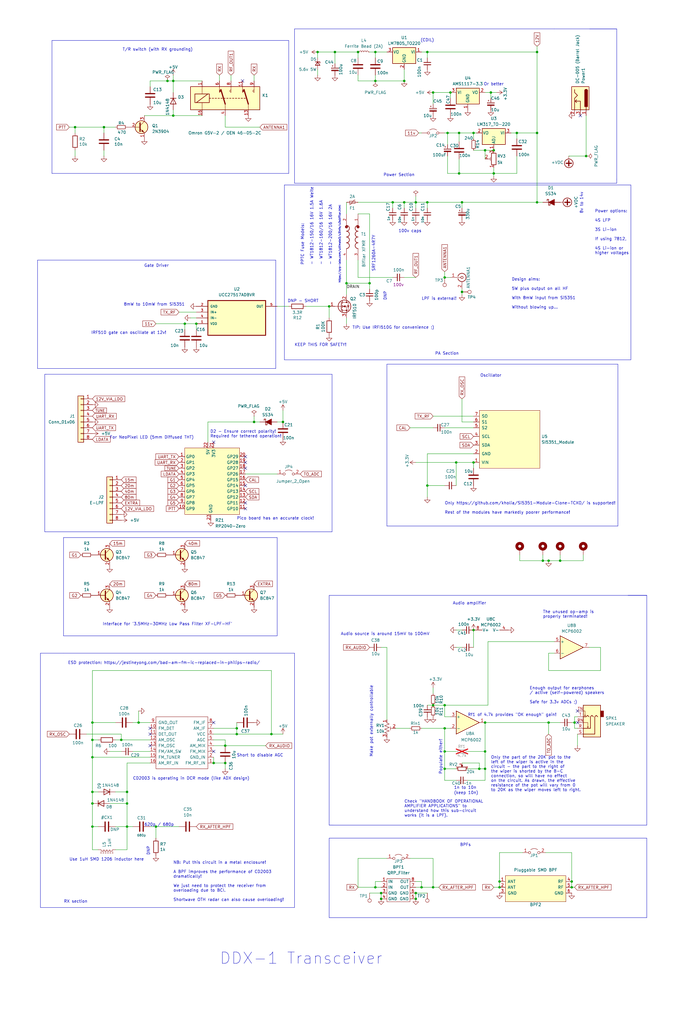
<source format=kicad_sch>
(kicad_sch (version 20231120) (generator "eeschema") (generator_version "8.0")
  (paper "User" 299.999 450.012)
  (title_block (title "DDX-1 Digital Transceiver") (date "2024-05-13") (rev "Revision 2.00") (company "Author: Dhiru Kholia (VU3CER)") (comment 1 "With Pluggable BPFs now!"))
  (junction (at 195.58 337.82))
  (junction (at 217.17 76.2))
  (junction (at 162.56 124.46))
  (junction (at 236.22 88.9))
  (junction (at 165.1 389.89))
  (junction (at 190.5 40.64))
  (junction (at 177.8 35.56))
  (junction (at 187.96 22.86))
  (junction (at 111.76 185.42))
  (junction (at 182.88 392.43))
  (junction (at 60.96 317.5))
  (junction (at 86.36 142.24))
  (junction (at 99.06 335.28))
  (junction (at 213.36 337.82))
  (junction (at 55.88 363.22))
  (junction (at 213.36 330.2))
  (junction (at 236.22 58.42))
  (junction (at 251.46 387.35))
  (junction (at 40.64 353.06))
  (junction (at 124.46 185.42))
  (junction (at 40.64 363.22))
  (junction (at 217.17 66.04))
  (junction (at 157.48 22.86))
  (junction (at 45.72 55.88))
  (junction (at 40.64 332.74))
  (junction (at 195.58 320.04))
  (junction (at 73.66 35.56))
  (junction (at 241.3 317.5))
  (junction (at 198.12 40.64))
  (junction (at 208.28 276.86))
  (junction (at 68.58 363.22))
  (junction (at 55.88 353.06))
  (junction (at 139.7 22.86))
  (junction (at 99.06 327.66))
  (junction (at 165.1 35.56))
  (junction (at 246.38 246.38))
  (junction (at 55.88 347.98))
  (junction (at 195.58 309.88))
  (junction (at 190.5 309.88))
  (junction (at 177.8 88.9))
  (junction (at 40.64 347.98))
  (junction (at 167.64 392.43))
  (junction (at 208.28 58.42))
  (junction (at 227.33 58.42))
  (junction (at 252.73 317.5))
  (junction (at 104.14 320.04))
  (junction (at 215.9 40.64))
  (junction (at 172.72 88.9))
  (junction (at 147.32 22.86))
  (junction (at 182.88 394.97))
  (junction (at 40.64 325.12))
  (junction (at 201.93 58.42))
  (junction (at 144.78 134.62))
  (junction (at 196.85 58.42))
  (junction (at 152.4 124.46))
  (junction (at 104.14 322.58))
  (junction (at 53.34 325.12))
  (junction (at 213.36 317.5))
  (junction (at 236.22 22.86))
  (junction (at 167.64 394.97))
  (junction (at 208.28 203.2))
  (junction (at 182.88 88.9))
  (junction (at 40.64 317.5))
  (junction (at 187.96 213.36))
  (junction (at 195.58 330.2))
  (junction (at 93.98 335.28))
  (junction (at 190.5 389.89))
  (junction (at 81.28 142.24))
  (junction (at 203.2 88.9))
  (junction (at 187.96 88.9))
  (junction (at 219.71 389.89))
  (junction (at 33.02 55.88))
  (junction (at 76.2 50.8))
  (junction (at 165.1 22.86))
  (junction (at 200.66 203.2))
  (junction (at 257.81 68.58))
  (junction (at 238.76 246.38))
  (junction (at 213.36 66.04))
  (junction (at 119.38 322.58))
  (junction (at 219.71 387.35))
  (junction (at 201.93 76.2))
  (junction (at 195.58 121.92))
  (junction (at 203.2 128.27))
  (junction (at 241.3 246.38))
  (junction (at 251.46 389.89))
  (junction (at 185.42 389.89))
  (junction (at 210.82 337.82))
  (junction (at 76.2 35.56))
  (no_connect (at 107.95 203.2))
  (no_connect (at 107.95 220.98))
  (no_connect (at 66.04 320.04))
  (no_connect (at 254 317.5))
  (no_connect (at 93.98 194.31))
  (no_connect (at 93.98 317.5))
  (no_connect (at 107.95 223.52))
  (no_connect (at 66.04 322.58))
  (no_connect (at 107.95 213.36))
  (no_connect (at 107.95 200.66))
  (no_connect (at 107.95 205.74))
  (no_connect (at 255.27 50.8))
  (no_connect (at 66.04 327.66))
  (no_connect (at 93.98 330.2))
  (no_connect (at 106.68 35.56))
  (no_connect (at 254 312.42))
  (polyline (pts (xy 284.48 261.62) (xy 276.225 261.62)))
  (wire (pts (xy 40.64 347.98) (xy 40.64 353.06)))
  (wire (pts (xy 219.71 387.35) (xy 219.71 389.89)))
  (polyline (pts (xy 17.145 114.3) (xy 121.285 114.3)))
  (wire (pts (xy 208.28 66.04) (xy 213.36 66.04)))
  (wire (pts (xy 66.04 35.56) (xy 66.04 38.1)))
  (wire (pts (xy 111.76 33.02) (xy 111.76 35.56)))
  (wire (pts (xy 93.98 332.74) (xy 93.98 335.28)))
  (wire (pts (xy 228.6 246.38) (xy 238.76 246.38)))
  (wire (pts (xy 187.96 88.9) (xy 187.96 91.44)))
  (wire (pts (xy 40.64 325.12) (xy 40.64 317.5)))
  (wire (pts (xy 144.78 139.7) (xy 144.78 134.62)))
  (wire (pts (xy 252.73 317.5) (xy 252.73 320.04)))
  (polyline (pts (xy 19.685 164.465) (xy 19.685 233.68)))
  (wire (pts (xy 198.12 40.64) (xy 198.12 43.18)))
  (wire (pts (xy 43.18 347.98) (xy 40.64 347.98)))
  (wire (pts (xy 165.1 22.86) (xy 165.1 25.4)))
  (wire (pts (xy 157.48 93.98) (xy 162.56 93.98)))
  (wire (pts (xy 157.48 377.19) (xy 170.18 377.19)))
  (wire (pts (xy 236.22 20.32) (xy 236.22 22.86)))
  (polyline (pts (xy 20.32 164.465) (xy 146.05 164.465)))
  (wire (pts (xy 45.72 55.88) (xy 45.72 58.42)))
  (wire (pts (xy 213.36 66.04) (xy 213.36 69.85)))
  (wire (pts (xy 195.58 121.92) (xy 198.12 121.92)))
  (polyline (pts (xy 243.84 12.7) (xy 271.145 12.7)))
  (wire (pts (xy 40.64 317.5) (xy 40.64 294.64)))
  (polyline (pts (xy 271.272 78.74) (xy 271.272 80.518)))
  (wire (pts (xy 208.28 199.39) (xy 187.96 199.39)))
  (wire (pts (xy 187.96 25.4) (xy 187.96 22.86)))
  (wire (pts (xy 187.96 213.36) (xy 187.96 218.44)))
  (polyline (pts (xy 27.94 236.22) (xy 27.94 279.4)))
  (wire (pts (xy 172.72 88.9) (xy 177.8 88.9)))
  (wire (pts (xy 241.3 246.38) (xy 246.38 246.38)))
  (wire (pts (xy 45.72 55.88) (xy 50.8 55.88)))
  (wire (pts (xy 167.64 392.43) (xy 162.56 392.43)))
  (wire (pts (xy 157.48 114.3) (xy 157.48 121.92)))
  (wire (pts (xy 259.08 284.48) (xy 264.16 284.48)))
  (wire (pts (xy 195.58 320.04) (xy 198.12 320.04)))
  (wire (pts (xy 139.7 22.86) (xy 147.32 22.86)))
  (wire (pts (xy 91.44 185.42) (xy 111.76 185.42)))
  (wire (pts (xy 177.8 88.9) (xy 177.8 91.44)))
  (wire (pts (xy 157.48 35.56) (xy 165.1 35.56)))
  (wire (pts (xy 195.58 330.2) (xy 195.58 337.82)))
  (wire (pts (xy 213.36 337.82) (xy 213.36 342.9)))
  (wire (pts (xy 257.81 68.58) (xy 250.19 68.58)))
  (wire (pts (xy 91.44 185.42) (xy 91.44 194.31)))
  (wire (pts (xy 40.64 294.64) (xy 119.38 294.64)))
  (wire (pts (xy 86.36 142.24) (xy 86.36 144.78)))
  (polyline (pts (xy 129.54 12.7) (xy 243.84 12.7)))
  (wire (pts (xy 119.38 322.58) (xy 124.46 322.58)))
  (wire (pts (xy 213.36 66.04) (xy 217.17 66.04)))
  (wire (pts (xy 180.34 377.19) (xy 190.5 377.19)))
  (wire (pts (xy 40.64 332.74) (xy 40.64 325.12)))
  (wire (pts (xy 257.81 68.58) (xy 257.81 50.8)))
  (wire (pts (xy 55.88 363.22) (xy 55.88 373.38)))
  (wire (pts (xy 195.58 337.82) (xy 200.66 337.82)))
  (wire (pts (xy 208.28 58.42) (xy 209.55 58.42)))
  (polyline (pts (xy 271.272 12.7) (xy 259.334 12.7)))
  (wire (pts (xy 201.93 69.85) (xy 201.93 76.2)))
  (wire (pts (xy 83.82 139.7) (xy 86.36 139.7)))
  (polyline (pts (xy 129.54 12.7) (xy 129.54 78.74)))
  (wire (pts (xy 254 322.58) (xy 254 327.66)))
  (wire (pts (xy 33.02 58.42) (xy 33.02 55.88)))
  (polyline (pts (xy 271.78 160.02) (xy 271.78 231.14)))
  (wire (pts (xy 45.72 66.04) (xy 45.72 68.58)))
  (wire (pts (xy 200.66 330.2) (xy 195.58 330.2)))
  (wire (pts (xy 99.06 325.12) (xy 99.06 327.66)))
  (wire (pts (xy 182.88 203.2) (xy 200.66 203.2)))
  (wire (pts (xy 236.22 88.9) (xy 238.76 88.9)))
  (wire (pts (xy 76.2 33.02) (xy 76.2 35.56)))
  (polyline (pts (xy 144.78 261.62) (xy 284.48 261.62)))
  (wire (pts (xy 152.4 93.98) (xy 152.4 88.9)))
  (wire (pts (xy 195.58 330.2) (xy 195.58 320.04)))
  (wire (pts (xy 251.46 387.35) (xy 251.46 389.89)))
  (wire (pts (xy 68.58 142.24) (xy 81.28 142.24)))
  (wire (pts (xy 213.36 40.64) (xy 215.9 40.64)))
  (wire (pts (xy 157.48 88.9) (xy 172.72 88.9)))
  (wire (pts (xy 104.14 320.04) (xy 104.14 322.58)))
  (wire (pts (xy 119.38 294.64) (xy 119.38 322.58)))
  (wire (pts (xy 246.38 246.38) (xy 256.54 246.38)))
  (wire (pts (xy 73.66 35.56) (xy 66.04 35.56)))
  (wire (pts (xy 81.28 144.78) (xy 81.28 142.24)))
  (wire (pts (xy 203.2 284.48) (xy 200.66 284.48)))
  (wire (pts (xy 147.32 22.86) (xy 157.48 22.86)))
  (wire (pts (xy 68.58 363.22) (xy 78.74 363.22)))
  (wire (pts (xy 208.28 58.42) (xy 208.28 60.96)))
  (wire (pts (xy 215.9 40.64) (xy 215.9 43.18)))
  (wire (pts (xy 252.73 314.96) (xy 252.73 317.5)))
  (wire (pts (xy 60.96 317.5) (xy 60.96 312.42)))
  (wire (pts (xy 157.48 121.92) (xy 172.72 121.92)))
  (polyline (pts (xy 27.94 236.22) (xy 121.92 236.22)))
  (wire (pts (xy 55.88 335.28) (xy 66.04 335.28)))
  (wire (pts (xy 254 314.96) (xy 252.73 314.96)))
  (wire (pts (xy 121.92 185.42) (xy 124.46 185.42)))
  (polyline (pts (xy 121.92 279.4) (xy 27.94 279.4)))
  (wire (pts (xy 162.56 93.98) (xy 162.56 124.46)))
  (wire (pts (xy 215.9 40.64) (xy 218.44 40.64)))
  (wire (pts (xy 99.06 50.8) (xy 99.06 55.88)))
  (wire (pts (xy 152.4 124.46) (xy 152.4 129.54)))
  (wire (pts (xy 58.42 330.2) (xy 66.04 330.2)))
  (polyline (pts (xy 129.54 287.02) (xy 129.54 398.78)))
  (wire (pts (xy 185.42 320.04) (xy 195.58 320.04)))
  (wire (pts (xy 104.14 322.58) (xy 119.38 322.58)))
  (wire (pts (xy 165.1 35.56) (xy 177.8 35.56)))
  (wire (pts (xy 48.26 353.06) (xy 55.88 353.06)))
  (polyline (pts (xy 170.18 160.02) (xy 271.78 160.02)))
  (wire (pts (xy 76.2 35.56) (xy 88.9 35.56)))
  (wire (pts (xy 214.63 281.94) (xy 243.84 281.94)))
  (wire (pts (xy 205.74 330.2) (xy 213.36 330.2)))
  (wire (pts (xy 264.16 284.48) (xy 264.16 294.64)))
  (polyline (pts (xy 17.78 398.78) (xy 17.78 287.02)))
  (wire (pts (xy 203.2 185.42) (xy 208.28 185.42)))
  (polyline (pts (xy 16.51 114.3) (xy 17.145 114.3)))
  (wire (pts (xy 196.85 58.42) (xy 196.85 63.5)))
  (polyline (pts (xy 170.18 160.02) (xy 170.18 231.14)))
  (wire (pts (xy 50.8 363.22) (xy 55.88 363.22)))
  (wire (pts (xy 195.58 309.88) (xy 214.63 309.88)))
  (wire (pts (xy 190.5 389.89) (xy 193.04 389.89)))
  (wire (pts (xy 246.38 243.84) (xy 246.38 246.38)))
  (wire (pts (xy 152.4 142.24) (xy 152.4 139.7)))
  (polyline (pts (xy 125.095 81.28) (xy 125.095 158.115)))
  (wire (pts (xy 187.96 309.88) (xy 190.5 309.88)))
  (wire (pts (xy 172.72 88.9) (xy 172.72 91.44)))
  (wire (pts (xy 170.18 284.48) (xy 170.18 316.23)))
  (wire (pts (xy 107.95 208.28) (xy 121.92 208.28)))
  (wire (pts (xy 201.93 76.2) (xy 217.17 76.2)))
  (wire (pts (xy 190.5 377.19) (xy 190.5 389.89)))
  (wire (pts (xy 243.84 287.02) (xy 241.3 287.02)))
  (wire (pts (xy 200.66 203.2) (xy 200.66 213.36)))
  (wire (pts (xy 195.58 309.88) (xy 195.58 314.96)))
  (polyline (pts (xy 127 76.2) (xy 22.86 76.2)))
  (wire (pts (xy 208.28 203.2) (xy 208.28 205.74)))
  (wire (pts (xy 228.6 243.84) (xy 228.6 246.38)))
  (wire (pts (xy 50.8 347.98) (xy 55.88 347.98)))
  (wire (pts (xy 224.79 58.42) (xy 227.33 58.42)))
  (wire (pts (xy 40.64 317.5) (xy 50.8 317.5)))
  (wire (pts (xy 203.2 88.9) (xy 236.22 88.9)))
  (wire (pts (xy 190.5 187.96) (xy 180.34 187.96)))
  (polyline (pts (xy 146.05 164.465) (xy 146.05 233.68)))
  (wire (pts (xy 182.88 88.9) (xy 187.96 88.9)))
  (wire (pts (xy 55.88 363.22) (xy 58.42 363.22)))
  (wire (pts (xy 99.06 55.88) (xy 114.3 55.88)))
  (wire (pts (xy 165.1 389.89) (xy 167.64 389.89)))
  (wire (pts (xy 40.64 363.22) (xy 43.18 363.22)))
  (wire (pts (xy 48.26 330.2) (xy 53.34 330.2)))
  (wire (pts (xy 50.8 325.12) (xy 53.34 325.12)))
  (wire (pts (xy 33.02 55.88) (xy 45.72 55.88)))
  (wire (pts (xy 205.74 337.82) (xy 210.82 337.82)))
  (wire (pts (xy 157.48 25.4) (xy 157.48 22.86)))
  (wire (pts (xy 241.3 317.5) (xy 241.3 322.58)))
  (wire (pts (xy 195.58 119.38) (xy 195.58 121.92)))
  (wire (pts (xy 162.56 22.86) (xy 165.1 22.86)))
  (wire (pts (xy 157.48 35.56) (xy 157.48 33.02)))
  (wire (pts (xy 236.22 58.42) (xy 236.22 22.86)))
  (wire (pts (xy 187.96 88.9) (xy 203.2 88.9)))
  (wire (pts (xy 213.36 330.2) (xy 213.36 337.82)))
  (wire (pts (xy 241.3 287.02) (xy 241.3 294.64)))
  (polyline (pts (xy 22.86 17.78) (xy 127 17.78)))
  (wire (pts (xy 256.54 246.38) (xy 256.54 243.84)))
  (wire (pts (xy 241.3 294.64) (xy 264.16 294.64)))
  (polyline (pts (xy 16.51 161.925) (xy 16.51 114.3)))
  (wire (pts (xy 190.5 182.88) (xy 208.28 182.88)))
  (wire (pts (xy 81.28 142.24) (xy 86.36 142.24)))
  (polyline (pts (xy 284.48 403.225) (xy 144.78 403.225)))
  (polyline (pts (xy 19.685 164.465) (xy 20.32 164.465)))
  (wire (pts (xy 187.96 199.39) (xy 187.96 213.36)))
  (polyline (pts (xy 144.78 368.3) (xy 284.48 368.3)))
  (wire (pts (xy 93.98 322.58) (xy 104.14 322.58)))
  (polyline (pts (xy 271.272 78.74) (xy 271.272 12.7)))
  (polyline (pts (xy 146.05 233.68) (xy 19.685 233.68)))
  (wire (pts (xy 50.8 373.38) (xy 55.88 373.38)))
  (polyline (pts (xy 277.495 158.115) (xy 125.095 158.115)))
  (wire (pts (xy 165.1 22.86) (xy 170.18 22.86)))
  (wire (pts (xy 190.5 309.88) (xy 195.58 309.88)))
  (wire (pts (xy 165.1 33.02) (xy 165.1 35.56)))
  (wire (pts (xy 254 320.04) (xy 252.73 320.04)))
  (polyline (pts (xy 27.94 287.02) (xy 129.54 287.02)))
  (wire (pts (xy 182.88 389.89) (xy 185.42 389.89)))
  (wire (pts (xy 121.92 134.62) (xy 127 134.62)))
  (wire (pts (xy 185.42 389.89) (xy 190.5 389.89)))
  (wire (pts (xy 152.4 124.46) (xy 162.56 124.46)))
  (wire (pts (xy 134.62 134.62) (xy 144.78 134.62)))
  (wire (pts (xy 66.04 363.22) (xy 68.58 363.22)))
  (wire (pts (xy 196.85 68.58) (xy 196.85 76.2)))
  (wire (pts (xy 93.98 327.66) (xy 99.06 327.66)))
  (wire (pts (xy 177.8 88.9) (xy 182.88 88.9)))
  (wire (pts (xy 111.76 182.88) (xy 111.76 185.42)))
  (wire (pts (xy 217.17 389.89) (xy 219.71 389.89)))
  (polyline (pts (xy 129.54 78.74) (xy 129.54 80.518)))
  (wire (pts (xy 99.06 335.28) (xy 99.06 337.82)))
  (wire (pts (xy 201.93 58.42) (xy 208.28 58.42)))
  (wire (pts (xy 139.7 30.48) (xy 139.7 33.02)))
  (wire (pts (xy 182.88 392.43) (xy 182.88 394.97)))
  (wire (pts (xy 210.82 335.28) (xy 210.82 337.82)))
  (wire (pts (xy 93.98 335.28) (xy 99.06 335.28)))
  (wire (pts (xy 190.5 40.64) (xy 198.12 40.64)))
  (wire (pts (xy 40.64 363.22) (xy 40.64 353.06)))
  (wire (pts (xy 173.99 320.04) (xy 180.34 320.04)))
  (polyline (pts (xy 129.54 398.78) (xy 17.78 398.78)))
  (wire (pts (xy 182.88 387.35) (xy 185.42 387.35)))
  (wire (pts (xy 93.98 320.04) (xy 104.14 320.04)))
  (wire (pts (xy 203.2 175.26) (xy 203.2 185.42)))
  (wire (pts (xy 30.48 55.88) (xy 33.02 55.88)))
  (wire (pts (xy 78.74 137.16) (xy 86.36 137.16)))
  (wire (pts (xy 210.82 337.82) (xy 213.36 337.82)))
  (wire (pts (xy 251.46 374.65) (xy 251.46 387.35)))
  (polyline (pts (xy 144.78 362.585) (xy 284.48 362.585)))
  (wire (pts (xy 203.2 88.9) (xy 203.2 91.44)))
  (polyline (pts (xy 22.86 17.78) (xy 22.86 76.2)))
  (polyline (pts (xy 127 17.78) (xy 127 76.2)))
  (wire (pts (xy 213.36 317.5) (xy 241.3 317.5)))
  (wire (pts (xy 203.2 335.28) (xy 210.82 335.28)))
  (wire (pts (xy 236.22 58.42) (xy 236.22 88.9)))
  (wire (pts (xy 124.46 180.34) (xy 124.46 185.42)))
  (wire (pts (xy 187.96 22.86) (xy 236.22 22.86)))
  (wire (pts (xy 139.7 22.86) (xy 139.7 25.4)))
  (wire (pts (xy 190.5 302.26) (xy 190.5 304.8)))
  (wire (pts (xy 162.56 124.46) (xy 162.56 127)))
  (wire (pts (xy 195.58 314.96) (xy 198.12 314.96)))
  (wire (pts (xy 101.6 33.02) (xy 101.6 35.56)))
  (wire (pts (xy 187.96 392.43) (xy 182.88 392.43)))
  (wire (pts (xy 227.33 58.42) (xy 227.33 60.96)))
  (wire (pts (xy 33.02 66.04) (xy 33.02 68.58)))
  (wire (pts (xy 76.2 35.56) (xy 76.2 40.64)))
  (wire (pts (xy 251.46 389.89) (xy 252.73 389.89)))
  (polyline (pts (xy 284.48 362.585) (xy 284.48 261.62)))
  (polyline (pts (xy 125.095 81.28) (xy 277.495 81.28)))
  (wire (pts (xy 43.18 325.12) (xy 40.64 325.12)))
  (wire (pts (xy 43.18 373.38) (xy 40.64 373.38)))
  (wire (pts (xy 203.2 128.27) (xy 203.2 129.54)))
  (polyline (pts (xy 271.78 231.14) (xy 170.18 231.14)))
  (wire (pts (xy 241.3 317.5) (xy 246.38 317.5)))
  (wire (pts (xy 111.76 185.42) (xy 114.3 185.42)))
  (wire (pts (xy 213.36 317.5) (xy 213.36 330.2)))
  (wire (pts (xy 104.14 317.5) (xy 104.14 320.04)))
  (polyline (pts (xy 277.495 81.28) (xy 277.495 158.115)))
  (wire (pts (xy 208.28 187.96) (xy 195.58 187.96)))
  (wire (pts (xy 195.58 342.9) (xy 200.66 342.9)))
  (wire (pts (xy 238.76 243.84) (xy 238.76 246.38)))
  (wire (pts (xy 167.64 392.43) (xy 167.64 394.97)))
  (polyline (pts (xy 144.78 362.585) (xy 146.685 362.585)))
  (wire (pts (xy 208.28 276.86) (xy 208.28 284.48)))
  (wire (pts (xy 53.34 325.12) (xy 66.04 325.12)))
  (wire (pts (xy 227.33 58.42) (xy 236.22 58.42)))
  (wire (pts (xy 219.71 374.65) (xy 219.71 387.35)))
  (wire (pts (xy 203.2 276.86) (xy 200.66 276.86)))
  (wire (pts (xy 40.64 332.74) (xy 40.64 347.98)))
  (wire (pts (xy 203.2 127) (xy 203.2 128.27)))
  (polyline (pts (xy 121.285 161.925) (xy 16.51 161.925)))
  (wire (pts (xy 96.52 33.02) (xy 96.52 35.56)))
  (wire (pts (xy 76.2 50.8) (xy 76.2 48.26)))
  (wire (pts (xy 196.85 58.42) (xy 201.93 58.42)))
  (wire (pts (xy 190.5 40.64) (xy 190.5 45.72)))
  (wire (pts (xy 55.88 353.06) (xy 55.88 347.98)))
  (polyline (pts (xy 121.285 114.3) (xy 121.285 161.925)))
  (wire (pts (xy 55.88 363.22) (xy 55.88 353.06)))
  (wire (pts (xy 214.63 309.88) (xy 214.63 281.94)))
  (wire (pts (xy 76.2 50.8) (xy 88.9 50.8)))
  (wire (pts (xy 185.42 387.35) (xy 185.42 389.89)))
  (wire (pts (xy 182.88 88.9) (xy 182.88 91.44)))
  (wire (pts (xy 157.48 377.19) (xy 157.48 389.89)))
  (wire (pts (xy 184.15 58.42) (xy 185.42 58.42)))
  (wire (pts (xy 217.17 76.2) (xy 217.17 77.47)))
  (wire (pts (xy 187.96 213.36) (xy 195.58 213.36)))
  (wire (pts (xy 195.58 58.42) (xy 196.85 58.42)))
  (wire (pts (xy 167.64 284.48) (xy 170.18 284.48)))
  (wire (pts (xy 240.03 374.65) (xy 251.46 374.65)))
  (wire (pts (xy 165.1 389.89) (xy 165.1 387.35)))
  (wire (pts (xy 195.58 337.82) (xy 195.58 342.9)))
  (polyline (pts (xy 129.54 80.518) (xy 271.272 80.518)))
  (wire (pts (xy 40.64 363.22) (xy 40.64 373.38)))
  (wire (pts (xy 238.76 246.38) (xy 241.3 246.38)))
  (wire (pts (xy 93.98 325.12) (xy 99.06 325.12)))
  (wire (pts (xy 40.64 332.74) (xy 66.04 332.74)))
  (wire (pts (xy 196.85 76.2) (xy 201.93 76.2)))
  (wire (pts (xy 63.5 50.8) (xy 76.2 50.8)))
  (polyline (pts (xy 284.48 368.3) (xy 284.48 403.225)))
  (wire (pts (xy 157.48 389.89) (xy 165.1 389.89)))
  (wire (pts (xy 205.74 342.9) (xy 213.36 342.9)))
  (wire (pts (xy 182.88 86.36) (xy 182.88 88.9)))
  (wire (pts (xy 219.71 374.65) (xy 229.87 374.65)))
  (wire (pts (xy 217.17 73.66) (xy 217.17 76.2)))
  (wire (pts (xy 152.4 114.3) (xy 152.4 124.46)))
  (wire (pts (xy 177.8 121.92) (xy 182.88 121.92)))
  (wire (pts (xy 53.34 322.58) (xy 53.34 325.12)))
  (polyline (pts (xy 144.78 368.3) (xy 144.78 403.225)))
  (wire (pts (xy 201.93 58.42) (xy 201.93 62.23)))
  (polyline (pts (xy 144.78 261.62) (xy 144.78 362.585)))
  (wire (pts (xy 200.66 203.2) (xy 208.28 203.2)))
  (wire (pts (xy 177.8 30.48) (xy 177.8 35.56)))
  (wire (pts (xy 99.06 327.66) (xy 116.84 327.66)))
  (wire (pts (xy 165.1 387.35) (xy 167.64 387.35)))
  (wire (pts (xy 55.88 335.28) (xy 55.88 347.98)))
  (wire (pts (xy 76.2 35.56) (xy 73.66 35.56)))
  (wire (pts (xy 68.58 368.3) (xy 68.58 363.22)))
  (wire (pts (xy 38.1 322.58) (xy 53.34 322.58)))
  (wire (pts (xy 227.33 68.58) (xy 227.33 76.2)))
  (wire (pts (xy 147.32 22.86) (xy 147.32 27.94)))
  (polyline (pts (xy 17.78 287.02) (xy 27.94 287.02)))
  (wire (pts (xy 227.33 76.2) (xy 217.17 76.2)))
  (wire (pts (xy 185.42 22.86) (xy 187.96 22.86)))
  (polyline (pts (xy 121.92 236.22) (xy 121.92 279.4)))
  (wire (pts (xy 58.42 317.5) (xy 60.96 317.5)))
  (wire (pts (xy 251.46 317.5) (xy 252.73 317.5)))
  (wire (pts (xy 66.04 317.5) (xy 60.96 317.5)))
  (text "PPTC Fuse Models:\n\n- WT1812-150/16 16V 1.5A Weite\n\n- WT1812-160/16 16V 1.6A\n\n- WT1812-200/16 16V 2A" (at 146.05 116.586 90) (effects (font (size 1.27 1.27)) (justify left bottom)))
  (text "T/R switch (with RX grounding)" (at 53.848 22.606 0) (effects (font (size 1.27 1.27)) (justify left bottom)))
  (text "1n to 10n" (at 199.644 346.964 0) (effects (font (size 1.27 1.27)) (justify left bottom)))
  (text "Or better" (at 217.17 37.084 0) (effects (font (size 1.27 1.27))))
  (text "8mW to 10mW from Si5351" (at 81.28 134.62 0) (effects (font (size 1.27 1.27)) (justify right bottom)))
  (text "Power options:\n\n4S LFP\n\n3S Li-ion\n\nIf using 7812,\n\n4S Li-ion or \nhigher voltages\n" (at 261.62 112.014 0) (effects (font (size 1.27 1.27)) (justify left bottom)))
  (text "(CDIL)" (at 187.96 17.78 0) (effects (font (size 1.27 1.27))))
  (text "Audio amplifier" (at 206.502 265.176 0) (effects (font (size 1.27 1.27))))
  (text "Oscillator" (at 215.9 165.1 0) (effects (font (size 1.27 1.27))))
  (text "ESD protection: https://jestineyong.com/bad-am-fm-ic-replaced-in-philips-radio/" (at 114.3 292.1 0) (effects (font (size 1.27 1.27)) (justify right bottom)))
  (text "Interface for '3.5MHz-30MHz Low Pass Filter XF-LPF-HF'" (at 73.66 274.32 0) (effects (font (size 1.27 1.27))))
  (text "Use 1uH SMD 1206 inductor here" (at 30.48 378.46 0) (effects (font (size 1.27 1.27)) (justify left bottom)))
  (text "Pico board has an accurate clock!" (at 104.14 228.6 0) (effects (font (size 1.27 1.27)) (justify left bottom)))
  (text "KEEP THIS FOR SAFETY!" (at 129.54 152.4 0) (effects (font (size 1.27 1.27)) (justify left bottom)))
  (text "CD2003 is operating in DCR mode (like ADX design)" (at 58.42 342.9 0) (effects (font (size 1.27 1.27)) (justify left bottom)))
  (text "Enough output for earphones \n/ active (self-powered) speakers\n\nSafe for 3.3v ADCs ;)" (at 232.918 309.372 0) (effects (font (size 1.27 1.27)) (justify left bottom)))
  (text "DNP" (at 66.04 375.92 90) (effects (font (size 1.27 1.27)) (justify left bottom)))
  (text "Audio source is around 15mV to 100mV" (at 149.86 279.4 0) (effects (font (size 1.27 1.27)) (justify left bottom)))
  (text "Power Section" (at 175.514 76.962 0) (effects (font (size 1.27 1.27))))
  (text "(keep 10n)" (at 199.644 349.25 0) (effects (font (size 1.27 1.27)) (justify left bottom)))
  (text "DNP" (at 170.18 132.08 90) (effects (font (size 1.27 1.27)) (justify left bottom)))
  (text "BPFs" (at 204.724 371.348 0) (effects (font (size 1.27 1.27))))
  (text "D2 - Ensure correct polarity! \nRequired for tethered operation!" (at 92.456 192.532 0) (effects (font (size 1.27 1.27)) (justify left bottom)))
  (text "DDX-1 Transceiver" (at 96.52 424.18 0) (effects (font (size 5 5)) (justify left bottom)))
  (text "LPF is external!" (at 185.42 132.08 0) (effects (font (size 1.27 1.27)) (justify left bottom)))
  (text "Design aims:\n\n5W plus output on all HF\n\nWith 8mW input from Si5351\n\nWithout blowing up..." (at 225.044 135.89 0) (effects (font (size 1.27 1.27)) (justify left bottom)))
  (text "Check \"HANDBOOK OF OPERATIONAL\nAMPLIFIER APPLICATIONS\" to \nunderstand how this sub-circuit\nworks (it is a LPF)." (at 177.8 359.156 0) (effects (font (size 1.27 1.27)) (justify left bottom)))
  (text "SRF1260A-4R7Y" (at 165.1 119.38 90) (effects (font (size 1.27 1.27)) (justify left bottom)))
  (text "100v caps" (at 180.34 101.6 0) (effects (font (size 1.27 1.27))))
  (text "PA Section" (at 196.596 155.448 0) (effects (font (size 1.27 1.27))))
  (text "https://qrp-labs.com/ultimate3/u3info/u3sbifilar.html" (at 149.86 124.46 90) (effects (font (size 0.8 0.8)) (justify left bottom)))
  (text "Only https://github.com/kholia/Si5351-Module-Clone-TCXO/ is supported!\n\nRest of the modules have markedly poorer performance!" (at 195.58 226.06 0) (effects (font (size 1.27 1.27)) (justify left bottom)))
  (text "8v to 14v" (at 256.54 93.98 90) (effects (font (size 1.27 1.27)) (justify left bottom)))
  (text "NB: Put this circuit in a metal enclosure!\n\nA BPF improves the performance of CD2003\ndramatically!\n\nWe just need to protect the receiver from\noverloading due to BCI.\n\nShortwave OTH radar can also cause overloading!" (at 76.2 396.24 0) (effects (font (size 1.27 1.27)) (justify left bottom)))
  (text "Short to disable AGC" (at 104.14 332.74 0) (effects (font (size 1.27 1.27)) (justify left bottom)))
  (text "For NeoPixel LED (5mm Diffused THT)" (at 48.26 193.04 0) (effects (font (size 1.27 1.27)) (justify left bottom)))
  (text "620p / 680p" (at 63.5 363.22 0) (effects (font (size 1.27 1.27)) (justify left bottom)))
  (text "DNP - SHORT" (at 126.492 133.096 0) (effects (font (size 1.27 1.27)) (justify left bottom)))
  (text "TIP: Use IRFI510G for convenience ;)" (at 154.94 144.78 0) (effects (font (size 1.27 1.27)) (justify left bottom)))
  (text "Make pot externally controllable" (at 164.084 332.74 90) (effects (font (size 1.27 1.27)) (justify left bottom)))
  (text "IRF510 gate can oscillate at 12v!" (at 56.642 146.304 0) (effects (font (size 1.27 1.27))))
  (text "Only the part of the 20K pot to the \nleft of the wiper is active in the \ncircuit - the part to the right of\nthe wiper is shorted by the B-C \nconnection, so will have no effect\non the circuit. As drawn, the effective\nresistance of the pot will vary from 0\nto 20K as the wiper moves left to right." (at 215.9 347.98 0) (effects (font (size 1.27 1.27)) (justify left bottom)))
  (text "Populate either!" (at 194.564 340.36 90) (effects (font (size 1.27 1.27)) (justify left bottom)))
  (text "Gate Driver" (at 68.834 116.84 0) (effects (font (size 1.27 1.27))))
  (text "The unused op-amp is \nproperly terminated!" (at 238.76 271.78 0) (effects (font (size 1.27 1.27)) (justify left bottom)))
  (text "RX section" (at 33.274 396.24 0) (effects (font (size 1.27 1.27))))
  (text "Rf1 of 4.7k provides \"OK enough\" gain!" (at 205.74 314.96 0) (effects (font (size 1.27 1.27)) (justify left bottom)))
  (label "DRAIN" (at 152.4 127 0))
  (global_label "CAL" (shape input) (at 107.95 210.82 0) (property "Intersheetrefs" "${INTERSHEET_REFS}" (effects (hide yes))))
  (global_label "12V_VIA_LDO" (shape input) (at 40.64 175.26 0) (property "Intersheetrefs" "${INTERSHEET_REFS}" (effects (hide yes))))
  (global_label "TX_RF" (shape input) (at 78.74 137.16 180) (property "Intersheetrefs" "${INTERSHEET_REFS}" (effects (hide yes))))
  (global_label "20m" (shape input) (at 53.34 213.36 0) (property "Intersheetrefs" "${INTERSHEET_REFS}" (effects (hide yes))))
  (global_label "SDA" (shape input) (at 107.95 218.44 0) (property "Intersheetrefs" "${INTERSHEET_REFS}" (effects (hide yes))))
  (global_label "UART_TX" (shape input) (at 78.74 200.66 180) (property "Intersheetrefs" "${INTERSHEET_REFS}" (effects (hide yes))))
  (global_label "TX_RF" (shape input) (at 190.5 182.88 180) (property "Intersheetrefs" "${INTERSHEET_REFS}" (effects (hide yes))))
  (global_label "RF_OUT1" (shape input) (at 101.6 33.02 90) (property "Intersheetrefs" "${INTERSHEET_REFS}" (effects (hide yes))))
  (global_label "EXTRA" (shape input) (at 111.76 256.54 0) (property "Intersheetrefs" "${INTERSHEET_REFS}" (effects (hide yes))))
  (global_label "12V_VIA_LDO" (shape input) (at 53.34 223.52 0) (property "Intersheetrefs" "${INTERSHEET_REFS}" (effects (hide yes))))
  (global_label "CAL" (shape input) (at 180.34 187.96 180) (property "Intersheetrefs" "${INTERSHEET_REFS}" (effects (hide yes))))
  (global_label "G5" (shape input) (at 99.06 261.62 180) (property "Intersheetrefs" "${INTERSHEET_REFS}" (effects (hide yes))))
  (global_label "ANTENNA1" (shape input) (at 114.3 55.88 0) (property "Intersheetrefs" "${INTERSHEET_REFS}" (effects (hide yes))))
  (global_label "EXTRA" (shape input) (at 53.34 220.98 0) (property "Intersheetrefs" "${INTERSHEET_REFS}" (effects (hide yes))))
  (global_label "G3" (shape input) (at 68.58 243.84 180) (property "Intersheetrefs" "${INTERSHEET_REFS}" (effects (hide yes))))
  (global_label "G5" (shape input) (at 78.74 220.98 180) (property "Intersheetrefs" "${INTERSHEET_REFS}" (effects (hide yes))))
  (global_label "11v" (shape input) (at 68.58 142.24 180) (property "Intersheetrefs" "${INTERSHEET_REFS}" (effects (hide yes))))
  (global_label "15m" (shape input) (at 48.26 238.76 0) (property "Intersheetrefs" "${INTERSHEET_REFS}" (effects (hide yes))))
  (global_label "RX_OSC" (shape input) (at 30.48 322.58 180) (property "Intersheetrefs" "${INTERSHEET_REFS}" (effects (hide yes))))
  (global_label "TUNE" (shape input) (at 78.74 205.74 180) (effects (font (size 1.1 1.1))) (property "Intersheetrefs" "${INTERSHEET_REFS}" (effects (hide yes))))
  (global_label "TUNE" (shape input) (at 40.64 180.34 0) (effects (font (size 1.1 1.1))) (property "Intersheetrefs" "${INTERSHEET_REFS}" (effects (hide yes))))
  (global_label "80m" (shape input) (at 81.28 256.54 0) (property "Intersheetrefs" "${INTERSHEET_REFS}" (effects (hide yes))))
  (global_label "G1" (shape input) (at 35.56 243.84 180) (property "Intersheetrefs" "${INTERSHEET_REFS}" (effects (hide yes))))
  (global_label "40m" (shape input) (at 81.28 238.76 0) (property "Intersheetrefs" "${INTERSHEET_REFS}" (effects (hide yes))))
  (global_label "RX_AUDIO" (shape input) (at 116.84 327.66 0) (property "Intersheetrefs" "${INTERSHEET_REFS}" (effects (hide yes))))
  (global_label "G2" (shape input) (at 35.56 261.62 180) (property "Intersheetrefs" "${INTERSHEET_REFS}" (effects (hide yes))))
  (global_label "TO_ADC" (shape input) (at 241.3 322.58 270) (property "Intersheetrefs" "${INTERSHEET_REFS}" (effects (hide yes))))
  (global_label "SCL" (shape input) (at 208.28 191.77 180) (property "Intersheetrefs" "${INTERSHEET_REFS}" (effects (hide yes))))
  (global_label "SDA" (shape input) (at 208.28 195.58 180) (property "Intersheetrefs" "${INTERSHEET_REFS}" (effects (hide yes))))
  (global_label "LDATA" (shape input) (at 40.64 193.04 0) (property "Intersheetrefs" "${INTERSHEET_REFS}" (effects (hide yes))))
  (global_label "RX_AFTER_HPF" (shape input) (at 252.73 389.89 0) (property "Intersheetrefs" "${INTERSHEET_REFS}" (effects (hide yes))))
  (global_label "RX" (shape input) (at 217.17 389.89 180) (property "Intersheetrefs" "${INTERSHEET_REFS}" (effects (hide yes))))
  (global_label "SCL" (shape input) (at 107.95 215.9 0) (property "Intersheetrefs" "${INTERSHEET_REFS}" (effects (hide yes))))
  (global_label "RX_AFTER_HPF" (shape input) (at 86.36 363.22 0) (property "Intersheetrefs" "${INTERSHEET_REFS}" (effects (hide yes))))
  (global_label "G2" (shape input) (at 78.74 213.36 180) (property "Intersheetrefs" "${INTERSHEET_REFS}" (effects (hide yes))))
  (global_label "UART_RX" (shape input) (at 40.64 182.88 0) (property "Intersheetrefs" "${INTERSHEET_REFS}" (effects (hide yes))))
  (global_label "RX_AUDIO" (shape input) (at 162.56 284.48 180) (property "Intersheetrefs" "${INTERSHEET_REFS}" (effects (hide yes))))
  (global_label "PTT" (shape input) (at 78.74 223.52 180) (property "Intersheetrefs" "${INTERSHEET_REFS}" (effects (hide yes))))
  (global_label "12V" (shape input) (at 236.22 20.32 90) (property "Intersheetrefs" "${INTERSHEET_REFS}" (effects (hide yes))))
  (global_label "LDATA" (shape input) (at 78.74 208.28 180) (property "Intersheetrefs" "${INTERSHEET_REFS}" (effects (hide yes))))
  (global_label "G4" (shape input) (at 68.58 261.62 180) (property "Intersheetrefs" "${INTERSHEET_REFS}" (effects (hide yes))))
  (global_label "UART_TX" (shape input) (at 40.64 187.96 0) (property "Intersheetrefs" "${INTERSHEET_REFS}" (effects (hide yes))))
  (global_label "PTT" (shape input) (at 30.48 55.88 180) (property "Intersheetrefs" "${INTERSHEET_REFS}" (effects (hide yes))))
  (global_label "ANTENNA1" (shape input) (at 195.58 119.38 90) (property "Intersheetrefs" "${INTERSHEET_REFS}" (effects (hide yes))))
  (global_label "15m" (shape input) (at 53.34 210.82 0) (property "Intersheetrefs" "${INTERSHEET_REFS}" (effects (hide yes))))
  (global_label "40m" (shape input) (at 53.34 215.9 0) (property "Intersheetrefs" "${INTERSHEET_REFS}" (effects (hide yes))))
  (global_label "RF_OUT1" (shape input) (at 182.88 121.92 90) (property "Intersheetrefs" "${INTERSHEET_REFS}" (effects (hide yes))))
  (global_label "G4" (shape input) (at 78.74 218.44 180) (property "Intersheetrefs" "${INTERSHEET_REFS}" (effects (hide yes))))
  (global_label "RX" (shape input) (at 96.52 33.02 90) (property "Intersheetrefs" "${INTERSHEET_REFS}" (effects (hide yes))))
  (global_label "G3" (shape input) (at 78.74 215.9 180) (property "Intersheetrefs" "${INTERSHEET_REFS}" (effects (hide yes))))
  (global_label "UART_RX" (shape input) (at 78.74 203.2 180) (property "Intersheetrefs" "${INTERSHEET_REFS}" (effects (hide yes))))
  (global_label "11v" (shape input) (at 184.15 58.42 180) (property "Intersheetrefs" "${INTERSHEET_REFS}" (effects (hide yes))))
  (global_label "RX" (shape input) (at 111.76 33.02 90) (property "Intersheetrefs" "${INTERSHEET_REFS}" (effects (hide yes))))
  (global_label "RX_AFTER_HPF" (shape input) (at 193.04 389.89 0) (property "Intersheetrefs" "${INTERSHEET_REFS}" (effects (hide yes))))
  (global_label "RX" (shape input) (at 157.48 389.89 180) (property "Intersheetrefs" "${INTERSHEET_REFS}" (effects (hide yes))))
  (global_label "20m" (shape input) (at 48.26 256.54 0) (property "Intersheetrefs" "${INTERSHEET_REFS}" (effects (hide yes))))
  (global_label "TO_ADC" (shape input) (at 132.08 208.28 0) (property "Intersheetrefs" "${INTERSHEET_REFS}" (effects (hide yes))))
  (global_label "80m" (shape input) (at 53.34 218.44 0) (property "Intersheetrefs" "${INTERSHEET_REFS}" (effects (hide yes))))
  (global_label "G1" (shape input) (at 78.74 210.82 180) (property "Intersheetrefs" "${INTERSHEET_REFS}" (effects (hide yes))))
  (global_label "RX_OSC" (shape input) (at 203.2 175.26 90) (property "Intersheetrefs" "${INTERSHEET_REFS}" (effects (hide yes))))
  (symbol (lib_id "Device:C_Polarized_Small") (at 203.2 93.98 0) (unit 1)
    (property "Reference" "C5" (at 200.152 90.678 0) (effects (justify left)))
    (property "Value" "330u" (at 205.74 96.52 90) (effects (justify left)))
    (property "Footprint" "Capacitor_THT:CP_Radial_D8.0mm_P5.00mm" (effects (hide yes)))
    (property "Source" "LCSC" (effects (hide yes)))
  )
  (symbol (lib_id "Device:C_Small") (at 175.26 121.92 270) (unit 1)
    (property "Reference" "C7" (at 171.196 123.444 90))
    (property "Value" "100n" (at 175.387 118.618 90))
    (property "Footprint" "Capacitor_SMD:C_1206_3216Metric_Pad1.33x1.80mm_HandSolder" (effects (hide yes)))
    (property "Source" "LCSC" (effects (hide yes)))
    (property "Voltage" "100v" (at 175.26 125.095 90))
  )
  (symbol (lib_id "power:+VDC") (at 250.19 68.58 0) (mirror x) (unit 1)
    (property "Reference" "#PWR0110" (effects (hide yes)))
    (property "Value" "+VDC" (at 242.443 71.374 0) (effects (justify left)))
    (property "Description" "Power symbol creates a global label with name \"+VDC\"" (effects (hide yes)))
  )
  (symbol (lib_id "power:PWR_FLAG") (at 257.81 68.58 270) (mirror x) (unit 1)
    (property "Reference" "#FLG0103" (effects (hide yes)))
    (property "Value" "PWR_FLAG" (at 262.2042 68.58 0))
    (property "Description" "Special symbol for telling ERC where power comes from" (effects (hide yes)))
  )
  (symbol (lib_id "Device:C_Small") (at 177.8 93.98 0) (unit 1)
    (property "Reference" "C6" (at 175.768 90.932 90))
    (property "Value" "10n" (at 175.768 96.52 90) (effects (font (size 0.9906 0.9906))))
    (property "Footprint" "Capacitor_SMD:C_1206_3216Metric_Pad1.33x1.80mm_HandSolder" (effects (hide yes)))
    (property "Source" "LCSC" (effects (hide yes)))
  )
  (symbol (lib_id "Device:C") (at 208.28 209.55 180) (unit 1)
    (property "Reference" "C12" (at 207.772 212.598 0) (effects (justify left)))
    (property "Value" "10u" (at 208.026 207.01 0) (effects (justify left)))
    (property "Footprint" "Capacitor_SMD:C_1206_3216Metric_Pad1.33x1.80mm_HandSolder" (effects (hide yes)))
    (property "Source" "LCSC" (effects (hide yes)))
  )
  (symbol (lib_id "power:GND") (at 33.02 68.58 0) (unit 1)
    (property "Reference" "#PWR018" (effects (hide yes)))
    (property "Value" "GND" (effects (hide yes)))
    (property "Description" "Power symbol creates a global label with name \"GND\" , ground" (effects (hide yes)))
  )
  (symbol (lib_id "power:PWR_FLAG") (at 182.88 86.36 0) (unit 1)
    (property "Reference" "#FLG01" (effects (hide yes)))
    (property "Value" "PWR_FLAG" (effects (hide yes)))
    (property "Description" "Special symbol for telling ERC where power comes from" (effects (hide yes)))
  )
  (symbol (lib_id "Device:C") (at 157.48 29.21 0) (unit 1)
    (property "Reference" "C8" (at 154.178 26.67 0) (effects (justify left)))
    (property "Value" "10u" (at 153.416 31.75 0) (effects (justify left)))
    (property "Footprint" "Capacitor_SMD:C_1206_3216Metric_Pad1.33x1.80mm_HandSolder" (effects (hide yes)))
    (property "Source" "LCSC" (effects (hide yes)))
  )
  (symbol (lib_id "Device:C_Small") (at 248.92 317.5 90) (unit 1)
    (property "Reference" "C43" (at 248.9708 314.3504 90))
    (property "Value" "10u" (at 249.047 320.294 90))
    (property "Footprint" "Capacitor_SMD:C_1206_3216Metric_Pad1.33x1.80mm_HandSolder" (effects (hide yes)))
    (property "Source" "LCSC" (effects (hide yes)))
  )
  (symbol (lib_id "Device:C") (at 201.93 66.04 0) (unit 1)
    (property "Reference" "C30" (at 197.866 64.008 0) (effects (justify left)))
    (property "Value" "100n" (at 201.93 68.326 0) (effects (justify left)))
    (property "Footprint" "Capacitor_SMD:C_1206_3216Metric_Pad1.33x1.80mm_HandSolder" (effects (hide yes)))
    (property "Source" "LCSC" (effects (hide yes)))
  )
  (symbol (lib_id "Device:R_Small") (at 190.5 312.42 0) (unit 1)
    (property "Reference" "R11" (at 194.056 312.674 90))
    (property "Value" "10k" (at 192.2526 312.4708 90))
    (property "Footprint" "Resistor_SMD:R_1206_3216Metric_Pad1.30x1.75mm_HandSolder" (effects (hide yes)))
    (property "Source" "LCSC" (effects (hide yes)))
  )
  (symbol (lib_id "Device:C") (at 81.28 148.59 0) (unit 1)
    (property "Reference" "C23" (at 76.835 145.415 0) (effects (justify left)))
    (property "Value" "10n" (at 74.93 151.765 0) (effects (justify left)))
    (property "Footprint" "Capacitor_SMD:C_1206_3216Metric_Pad1.33x1.80mm_HandSolder" (effects (hide yes)))
    (property "Source" "LCSC" (effects (hide yes)))
  )
  (symbol (lib_id "power:+VDC") (at 246.38 88.9 270) (unit 1)
    (property "Reference" "#PWR014" (effects (hide yes)))
    (property "Value" "+VDC" (at 253.365 88.9 0))
    (property "Description" "Power symbol creates a global label with name \"+VDC\"" (effects (hide yes)))
  )
  (symbol (lib_id "power:GND") (at 83.82 139.7 270) (unit 1)
    (property "Reference" "#PWR04" (effects (hide yes)))
    (property "Value" "GND" (effects (hide yes)))
    (property "Description" "Power symbol creates a global label with name \"GND\" , ground" (effects (hide yes)))
  )
  (symbol (lib_id "Device:C_Polarized_Small") (at 147.32 30.48 0) (unit 1)
    (property "Reference" "C44" (at 142.875 27.305 0) (effects (justify left)))
    (property "Value" "100u" (at 149.86 33.02 90) (effects (justify left)))
    (property "Footprint" "Capacitor_THT:CP_Radial_D5.0mm_P2.50mm" (effects (hide yes)))
    (property "Source" "LCSC" (effects (hide yes)))
  )
  (symbol (lib_id "power:GND") (at 63.5 60.96 0) (unit 1)
    (property "Reference" "#PWR023" (effects (hide yes)))
    (property "Value" "GND" (effects (hide yes)))
    (property "Description" "Power symbol creates a global label with name \"GND\" , ground" (effects (hide yes)))
  )
  (symbol (lib_id "power:GND") (at 241.3 246.38 0) (unit 1)
    (property "Reference" "#PWR01" (effects (hide yes)))
    (property "Value" "GND" (effects (hide yes)))
    (property "Description" "Power symbol creates a global label with name \"GND\" , ground" (effects (hide yes)))
  )
  (symbol (lib_id "power:GND") (at 219.71 392.43 0) (unit 1)
    (property "Reference" "#PWR012" (effects (hide yes)))
    (property "Value" "GND" (effects (hide yes)))
  )
  (symbol (lib_id "Device:R") (at 68.58 372.11 0) (unit 1)
    (property "Reference" "R7" (at 70.358 370.9416 0) (effects (justify left)))
    (property "Value" "1k" (at 70.358 373.253 0) (effects (justify left)))
    (property "Footprint" "Resistor_SMD:R_1206_3216Metric_Pad1.30x1.75mm_HandSolder" (effects (hide yes)))
    (property "Source" "LCSC" (effects (hide yes)))
  )
  (symbol (lib_id "Device:C") (at 66.04 41.91 0) (unit 1)
    (property "Reference" "C13" (at 67.31 39.37 0) (effects (justify left)))
    (property "Value" "10u" (at 67.31 45.085 0) (effects (justify left)))
    (property "Footprint" "Capacitor_SMD:C_1206_3216Metric_Pad1.33x1.80mm_HandSolder" (effects (hide yes)))
    (property "Source" "LCSC" (effects (hide yes)))
  )
  (symbol (lib_id "Regulator_Linear:LM7805_TO220") (at 177.8 22.86 0) (mirror y) (unit 1)
    (property "Reference" "U1" (at 177.8 16.51 0))
    (property "Value" "LM7805_TO220" (at 177.8 19.05 0))
    (property "Footprint" "Package_TO_SOT_THT:TO-220-3_Vertical" (effects (hide yes)))
    (property "Datasheet" "https://www.onsemi.cn/PowerSolutions/document/MC7800-D.PDF" (effects (hide yes)))
    (property "Description" "Positive 1A 35V Linear Regulator, Fixed Output 5V, TO-220" (effects (hide yes)))
  )
  (symbol (lib_id "power:GND") (at 45.72 68.58 0) (unit 1)
    (property "Reference" "#PWR022" (effects (hide yes)))
    (property "Value" "GND" (effects (hide yes)))
    (property "Description" "Power symbol creates a global label with name \"GND\" , ground" (effects (hide yes)))
  )
  (symbol (lib_id "power:GND") (at 200.66 284.48 270) (unit 1)
    (property "Reference" "#PWR076" (effects (hide yes)))
    (property "Value" "GND" (effects (hide yes)))
    (property "Description" "Power symbol creates a global label with name \"GND\" , ground" (effects (hide yes)))
  )
  (symbol (lib_id "power:GND") (at 68.58 375.92 0) (unit 1)
    (property "Reference" "#U$04" (effects (hide yes)))
    (property "Value" "GND" (effects (hide yes)))
    (property "Footprint" "Adafruit Si5351A:" (effects (hide yes)))
    (property "Description" "Power symbol creates a global label with name \"GND\" , ground" (effects (hide yes)))
  )
  (symbol (lib_id "power:+5V") (at 76.2 33.02 0) (unit 1)
    (property "Reference" "#PWR024" (effects (hide yes)))
    (property "Value" "+5V" (at 76.2 29.464 0))
    (property "Description" "Power symbol creates a global label with name \"+5V\"" (effects (hide yes)))
  )
  (symbol (lib_id "Device:C_Small") (at 187.96 312.42 0) (unit 1)
    (property "Reference" "C39" (at 185.039 313.055 90))
    (property "Value" "100n" (at 184.15 310.134 0))
    (property "Footprint" "Capacitor_SMD:C_1206_3216Metric_Pad1.33x1.80mm_HandSolder" (effects (hide yes)))
    (property "Source" "LCSC" (effects (hide yes)))
  )
  (symbol (lib_id "power:+3.3V") (at 208.28 276.86 0) (unit 1)
    (property "Reference" "#PWR078" (effects (hide yes)))
    (property "Value" "+3.3V" (at 208.28 272.034 0))
    (property "Description" "Power symbol creates a global label with name \"+3.3V\"" (effects (hide yes)))
  )
  (symbol (lib_id "power:GND") (at 170.18 323.85 0) (unit 1)
    (property "Reference" "#PWR071" (effects (hide yes)))
    (property "Value" "GND" (effects (hide yes)))
    (property "Description" "Power symbol creates a global label with name \"GND\" , ground" (effects (hide yes)))
  )
  (symbol (lib_id "power:GND") (at 254 327.66 0) (mirror y) (unit 1)
    (property "Reference" "#PWR081" (effects (hide yes)))
    (property "Value" "GND" (effects (hide yes)))
    (property "Description" "Power symbol creates a global label with name \"GND\" , ground" (effects (hide yes)))
  )
  (symbol (lib_name "D_1") (lib_id "Device:D") (at 46.99 347.98 180) (unit 1)
    (property "Reference" "D9" (at 43.688 346.71 90) (effects (justify right)))
    (property "Value" "1N4148" (at 44.831 345.059 0) (effects (justify right)))
    (property "Footprint" "Diode_THT:D_DO-35_SOD27_P2.54mm_Vertical_KathodeUp" (effects (hide yes)))
    (property "Datasheet" "https://www.vishay.com/docs/81857/1n4148.pdf" (effects (hide yes)))
    (property "Source" "LCSC" (effects (hide yes)))
  )
  (symbol (lib_id "Device:R") (at 144.78 143.51 0) (unit 1)
    (property "Reference" "R1" (at 139.8016 143.51 90))
    (property "Value" "100K" (at 142.113 143.51 90))
    (property "Footprint" "Resistor_SMD:R_1206_3216Metric_Pad1.30x1.75mm_HandSolder" (effects (hide yes)))
    (property "Source" "LCSC" (effects (hide yes)))
  )
  (symbol (lib_id "power:GND") (at 203.2 129.54 0) (mirror y) (unit 1)
    (property "Reference" "#PWR016" (effects (hide yes)))
    (property "Value" "GND" (effects (hide yes)))
    (property "Description" "Power symbol creates a global label with name \"GND\" , ground" (effects (hide yes)))
  )
  (symbol (lib_id "Diode:1N4148") (at 76.2 44.45 270) (unit 1)
    (property "Reference" "D3" (at 78.232 42.672 90) (effects (justify left)))
    (property "Value" "1N4148" (at 73.66 43.18 0) (effects (justify left)))
    (property "Footprint" "Diode_THT:D_DO-35_SOD27_P2.54mm_Vertical_KathodeUp" (effects (hide yes)))
    (property "Datasheet" "https://www.vishay.com/docs/81857/1n4148.pdf" (effects (hide yes)))
    (property "Source" "LCSC" (effects (hide yes)))
  )
  (symbol (lib_id "PCM_Diode_Schottky_AKL:SS34") (at 242.57 88.9 180) (unit 1)
    (property "Reference" "D1" (at 242.2525 82.55 0))
    (property "Value" "SS34" (at 242.2525 85.09 0))
    (property "Footprint" "Diode_SMD:D_SMA_Handsoldering" (effects (hide yes)))
    (property "Datasheet" "https://www.tme.eu/Document/4534c3d1273464918563ce78bdeb2ece/SS34-E3-57T.pdf" (effects (hide yes)))
    (property "Source" "LCSC" (effects (hide yes)))
  )
  (symbol (lib_id "Device:C_Small") (at 198.12 213.36 270) (unit 1)
    (property "Reference" "C25" (at 198.1136 207.01 90))
    (property "Value" "100n" (at 198.1136 209.55 90))
    (property "Footprint" "Capacitor_SMD:C_1206_3216Metric_Pad1.33x1.80mm_HandSolder" (effects (hide yes)))
    (property "Source" "LCSC" (effects (hide yes)))
  )
  (symbol (lib_id "power:GND") (at 92.71 228.6 0) (unit 1)
    (property "Reference" "#PWR038" (effects (hide yes)))
    (property "Value" "GND" (effects (hide yes)))
    (property "Description" "Power symbol creates a global label with name \"GND\" , ground" (effects (hide yes)))
  )
  (symbol (lib_id "power:PWR_FLAG") (at 111.76 182.88 0) (unit 1)
    (property "Reference" "#FLG05" (effects (hide yes)))
    (property "Value" "PWR_FLAG" (at 109.347 178.4858 0))
    (property "Description" "Special symbol for telling ERC where power comes from" (effects (hide yes)))
  )
  (symbol (lib_id "Device:C") (at 99.06 331.47 0) (unit 1)
    (property "Reference" "C36" (at 101.6 336.55 90))
    (property "Value" " 10u" (at 102.87 332.105 90))
    (property "Footprint" "Capacitor_SMD:C_1206_3216Metric_Pad1.33x1.80mm_HandSolder" (effects (hide yes)))
    (property "Source" "LCSC" (effects (hide yes)))
  )
  (symbol (lib_id "power:GND") (at 139.7 33.02 0) (unit 1)
    (property "Reference" "#PWR046" (effects (hide yes)))
    (property "Value" "GND" (effects (hide yes)))
    (property "Description" "Power symbol creates a global label with name \"GND\" , ground" (effects (hide yes)))
  )
  (symbol (lib_id "Jumper:Jumper_2_Open") (at 127 208.28 0) (unit 1)
    (property "Reference" "JP4" (at 127 205.105 0))
    (property "Value" "Jumper_2_Open" (at 128.905 211.455 0))
    (property "Footprint" "Jumper:SolderJumper-2_P1.3mm_Open_TrianglePad1.0x1.5mm" (effects (hide yes)))
    (property "Source" "NA" (effects (hide yes)))
  )
  (symbol (lib_id "power:GND") (at 203.2 96.52 0) (unit 1)
    (property "Reference" "#PWR0103" (effects (hide yes)))
    (property "Value" "GND" (effects (hide yes)))
    (property "Description" "Power symbol creates a global label with name \"GND\" , ground" (effects (hide yes)))
  )
  (symbol (lib_id "Jumper:Jumper_2_Open") (at 175.26 377.19 0) (unit 1)
    (property "Reference" "JP3" (at 175.26 378.46 0))
    (property "Value" "Jumper_2_Open" (effects (hide yes)))
    (property "Footprint" "Connector_PinHeader_2.54mm:PinHeader_1x02_P2.54mm_Vertical" (effects (hide yes)))
    (property "Source" "NA" (effects (hide yes)))
  )
  (symbol (lib_id "power:GND") (at 182.88 394.97 0) (unit 1)
    (property "Reference" "#PWR048" (effects (hide yes)))
    (property "Value" "GND" (effects (hide yes)))
    (property "Description" "Power symbol creates a global label with name \"GND\" , ground" (effects (hide yes)))
  )
  (symbol (lib_id "power:+3.3V") (at 218.44 40.64 270) (unit 1)
    (property "Reference" "#PWR034" (effects (hide yes)))
    (property "Value" "+3.3V" (at 222.25 41.275 0))
    (property "Description" "Power symbol creates a global label with name \"+3.3V\"" (effects (hide yes)))
  )
  (symbol (lib_id "Device:R_Small") (at 203.2 330.2 270) (unit 1) (dnp yes)
    (property "Reference" "Rf1" (at 203.073 328.041 90))
    (property "Value" "4.7k" (at 203.1492 331.9526 90))
    (property "Footprint" "Resistor_SMD:R_1206_3216Metric_Pad1.30x1.75mm_HandSolder" (effects (hide yes)))
    (property "Source" "LCSC" (effects (hide yes)))
  )
  (symbol (lib_id "Connector_Generic:Conn_01x08") (at 48.26 218.44 0) (mirror y) (unit 1)
    (property "Reference" "J2" (at 45.72 218.44 0) (effects (justify left)))
    (property "Value" "E-LPF" (at 45.72 220.98 0) (effects (justify left)))
    (property "Footprint" "Connector_PinHeader_2.54mm:PinHeader_1x10_P2.54mm_Vertical" (effects (hide yes)))
    (property "Description" "Generic connector, single row, 01x08, script generated (kicad-library-utils/schlib/autogen/connector/)" (effects (hide yes)))
    (property "Source" "NA" (effects (hide yes)))
  )
  (symbol (lib_id "power:GND") (at 66.04 45.72 0) (unit 1)
    (property "Reference" "#PWR010" (effects (hide yes)))
    (property "Value" "GND" (effects (hide yes)))
    (property "Description" "Power symbol creates a global label with name \"GND\" , ground" (effects (hide yes)))
  )
  (symbol (lib_id "Connector:TestPoint") (at 162.56 392.43 180) (unit 1)
    (property "Reference" "TP1" (at 158.115 393.7 0) (effects (justify right)))
    (property "Value" "TestPoint" (effects (hide yes)))
    (property "Footprint" "TestPoint:TestPoint_Pad_2.5x2.5mm" (effects (hide yes)))
  )
  (symbol (lib_id "power:GND") (at 187.96 314.96 0) (unit 1)
    (property "Reference" "#PWR072" (effects (hide yes)))
    (property "Value" "GND" (effects (hide yes)))
    (property "Description" "Power symbol creates a global label with name \"GND\" , ground" (effects (hide yes)))
  )
  (symbol (lib_id "power:GND") (at 81.28 152.4 0) (unit 1)
    (property "Reference" "#PWR017" (effects (hide yes)))
    (property "Value" "GND" (effects (hide yes)))
    (property "Description" "Power symbol creates a global label with name \"GND\" , ground" (effects (hide yes)))
  )
  (symbol (lib_id "PCM_Transistor_BJT_AKL:BC847") (at 109.22 261.62 0) (unit 1)
    (property "Reference" "Q7" (at 114.3 260.3499 0) (effects (justify left)))
    (property "Value" "BC847" (at 114.3 262.8899 0) (effects (justify left)))
    (property "Footprint" "Package_TO_SOT_SMD:SOT-23_Handsoldering" (effects (hide yes)))
    (property "Datasheet" "https://assets.nexperia.com/documents/data-sheet/BC847_SER.pdf" (effects (hide yes)))
    (property "Description" "NPN SOT-23 transistor, 45V, 100mA, 250mW, Complementary to BC857, Alternate KiCAD Library" (effects (hide yes)))
  )
  (symbol (lib_id "Device:R_Potentiometer_Trim_US") (at 170.18 320.04 0) (unit 1)
    (property "Reference" "RV1" (at 169.164 318.77 0) (effects (justify right)))
    (property "Value" "10k" (at 169.164 321.31 0) (effects (justify right)))
    (property "Footprint" "Connector_PinHeader_2.54mm:PinHeader_1x03_P2.54mm_Vertical" (effects (hide yes)))
    (property "Source" "NA" (effects (hide yes)))
  )
  (symbol (lib_id "Device:R_Potentiometer_Small") (at 203.2 337.82 90) (unit 1)
    (property "Reference" "RV2" (at 199.39 335.915 90))
    (property "Value" "20k" (at 207.01 339.09 90))
    (property "Footprint" "Connector_PinHeader_2.54mm:PinHeader_1x03_P2.54mm_Vertical" (effects (hide yes)))
    (property "Source" "NA" (effects (hide yes)))
  )
  (symbol (lib_id "PCM_Transistor_BJT_AKL:BC847") (at 45.72 243.84 0) (unit 1)
    (property "Reference" "Q3" (at 50.8 242.5699 0) (effects (justify left)))
    (property "Value" "BC847" (at 50.8 245.1099 0) (effects (justify left)))
    (property "Footprint" "Package_TO_SOT_SMD:SOT-23_Handsoldering" (effects (hide yes)))
    (property "Datasheet" "https://assets.nexperia.com/documents/data-sheet/BC847_SER.pdf" (effects (hide yes)))
    (property "Description" "NPN SOT-23 transistor, 45V, 100mA, 250mW, Complementary to BC857, Alternate KiCAD Library" (effects (hide yes)))
  )
  (symbol (lib_id "power:GND") (at 81.28 266.7 0) (unit 1)
    (property "Reference" "#PWR051" (effects (hide yes)))
    (property "Value" "GND" (effects (hide yes)))
    (property "Description" "Power symbol creates a global label with name \"GND\" , ground" (effects (hide yes)))
  )
  (symbol (lib_id "Device:C_Small") (at 182.88 93.98 0) (unit 1)
    (property "Reference" "C10" (at 180.848 90.932 90))
    (property "Value" "1n" (at 181.61 96.266 90) (effects (font (size 0.9906 0.9906))))
    (property "Footprint" "Capacitor_SMD:C_1206_3216Metric_Pad1.33x1.80mm_HandSolder" (effects (hide yes)))
    (property "Source" "LCSC" (effects (hide yes)))
  )
  (symbol (lib_id "Device:C") (at 86.36 148.59 0) (unit 1)
    (property "Reference" "C16" (at 86.36 144.78 0) (effects (justify left)))
    (property "Value" "10u" (at 87.63 151.765 0) (effects (justify left)))
    (property "Footprint" "Capacitor_SMD:C_1206_3216Metric_Pad1.33x1.80mm_HandSolder" (effects (hide yes)))
    (property "Source" "LCSC" (effects (hide yes)))
  )
  (symbol (lib_id "Device:Polyfuse_Small") (at 154.94 88.9 90) (unit 1)
    (property "Reference" "F1" (at 154.94 91.44 90))
    (property "Value" "2A" (at 154.94 86.36 90))
    (property "Footprint" "Fuse:Fuse_1812_4532Metric_Pad1.30x3.40mm_HandSolder" (effects (hide yes)))
    (property "Source" "LCSC" (effects (hide yes)))
  )
  (symbol (lib_id "power:GND") (at 162.56 132.08 0) (mirror y) (unit 1)
    (property "Reference" "#PWR015" (effects (hide yes)))
    (property "Value" "GND" (effects (hide yes)))
    (property "Description" "Power symbol creates a global label with name \"GND\" , ground" (effects (hide yes)))
  )
  (symbol (lib_id "Device:R_Small") (at 71.12 243.84 90) (unit 1)
    (property "Reference" "R8" (at 71.12 238.76 90))
    (property "Value" "1k" (at 71.12 241.3 90))
    (property "Footprint" "Resistor_SMD:R_1206_3216Metric_Pad1.30x1.75mm_HandSolder" (effects (hide yes)))
    (property "Description" "Resistor, small symbol" (effects (hide yes)))
  )
  (symbol (lib_id "power:GND") (at 252.73 50.8 270) (mirror x) (unit 1)
    (property "Reference" "#PWR019" (effects (hide yes)))
    (property "Value" "GND" (effects (hide yes)))
    (property "Description" "Power symbol creates a global label with name \"GND\" , ground" (effects (hide yes)))
  )
  (symbol (lib_id "Device:C") (at 124.46 189.23 0) (unit 1)
    (property "Reference" "C21" (at 124.968 186.69 0) (effects (justify left)))
    (property "Value" "100n" (at 124.46 192.405 0) (effects (justify left)))
    (property "Footprint" "Capacitor_SMD:C_1206_3216Metric_Pad1.33x1.80mm_HandSolder" (effects (hide yes)))
    (property "Source" "LCSC" (effects (hide yes)))
  )
  (symbol (lib_id "Connector:Conn_Coaxial") (at 203.2 121.92 0) (unit 1)
    (property "Reference" "ANTENNA1" (at 205.994 121.92 90))
    (property "Value" "SMA" (effects (hide yes)))
    (property "Footprint" "Connector_Coaxial:SMA_Samtec_SMA-J-P-X-ST-EM1_EdgeMount" (effects (hide yes)))
    (property "Datasheet" " ~" (effects (hide yes)))
    (property "Description" "coaxial connector (BNC, SMA, SMB, SMC, Cinch/RCA, LEMO, ...)" (effects (hide yes)))
    (property "Source" "LCSC / https://www.ktron.in/" (effects (hide yes)))
  )
  (symbol (lib_id "power:GND") (at 53.34 226.06 90) (unit 1)
    (property "Reference" "#PWR043" (effects (hide yes)))
    (property "Value" "GND" (effects (hide yes)))
    (property "Description" "Power symbol creates a global label with name \"GND\" , ground" (effects (hide yes)))
  )
  (symbol (lib_id "power:GND") (at 81.28 248.92 0) (unit 1)
    (property "Reference" "#PWR050" (effects (hide yes)))
    (property "Value" "GND" (effects (hide yes)))
    (property "Description" "Power symbol creates a global label with name \"GND\" , ground" (effects (hide yes)))
  )
  (symbol (lib_id "PCM_Diode_Schottky_AKL:SS34") (at 118.11 185.42 180) (unit 1)
    (property "Reference" "D2" (at 117.7925 179.705 0))
    (property "Value" "SS34" (at 117.7925 182.245 0))
    (property "Footprint" "Diode_SMD:D_SMA_Handsoldering" (effects (hide yes)))
    (property "Datasheet" "https://www.tme.eu/Document/4534c3d1273464918563ce78bdeb2ece/SS34-E3-57T.pdf" (effects (hide yes)))
    (property "Source" "LCSC" (effects (hide yes)))
  )
  (symbol (lib_id "power:+5V") (at 40.64 190.5 270) (unit 1)
    (property "Reference" "#PWR041" (effects (hide yes)))
    (property "Value" "+5V" (at 44.45 190.5 90) (effects (justify left)))
    (property "Description" "Power symbol creates a global label with name \"+5V\"" (effects (hide yes)))
  )
  (symbol (lib_id "power:+5V") (at 190.5 40.64 90) (unit 1)
    (property "Reference" "#PWR032" (effects (hide yes)))
    (property "Value" "+5V" (at 186.69 40.64 90) (effects (justify left)))
    (property "Description" "Power symbol creates a global label with name \"+5V\"" (effects (hide yes)))
  )
  (symbol (lib_id "pluggable-bpf:Pluggable-BPF") (at 234.95 392.43 0) (unit 1)
    (property "Reference" "BPF2" (at 235.585 397.51 0))
    (property "Value" "Pluggable SMD BPF" (at 235.585 382.27 0))
    (property "Footprint" "footprints:Pluggable-BPF" (effects (hide yes)))
    (property "Source" "JLCPCB(A)" (effects (hide yes)))
  )
  (symbol (lib_id "power:GND") (at 187.96 218.44 0) (unit 1)
    (property "Reference" "#PWR058" (effects (hide yes)))
    (property "Value" "GND" (effects (hide yes)))
    (property "Description" "Power symbol creates a global label with name \"GND\" , ground" (effects (hide yes)))
  )
  (symbol (lib_id "Device:D") (at 44.45 353.06 0) (unit 1)
    (property "Reference" "D8" (at 48.006 354.5586 0))
    (property "Value" "1N4148" (at 50.8254 351.536 0))
    (property "Footprint" "Diode_THT:D_DO-35_SOD27_P2.54mm_Vertical_KathodeUp" (effects (hide yes)))
    (property "Datasheet" "https://www.vishay.com/docs/81857/1n4148.pdf" (effects (hide yes)))
    (property "Source" "LCSC" (effects (hide yes)))
  )
  (symbol (lib_id "Connector:TestPoint") (at 203.2 128.27 270) (unit 1)
    (property "Reference" "TP4" (at 209.296 130.556 90) (effects (justify right)))
    (property "Value" "TestPoint" (effects (hide yes)))
    (property "Footprint" "TestPoint:TestPoint_Pad_2.5x2.5mm" (effects (hide yes)))
    (property "Description" "test point" (effects (hide yes)))
  )
  (symbol (lib_id "power:+3.3V") (at 182.88 203.2 90) (unit 1)
    (property "Reference" "#PWR037" (effects (hide yes)))
    (property "Value" "+3.3V" (at 179.07 202.565 0))
    (property "Description" "Power symbol creates a global label with name \"+3.3V\"" (effects (hide yes)))
  )
  (symbol (lib_id "Jumper:Jumper_2_Open") (at 234.95 374.65 0) (unit 1)
    (property "Reference" "JP1" (at 234.95 375.92 0))
    (property "Value" "Jumper_2_Open" (effects (hide yes)))
    (property "Footprint" "Connector_PinHeader_2.54mm:PinHeader_1x02_P2.54mm_Vertical" (effects (hide yes)))
    (property "Source" "NA" (effects (hide yes)))
  )
  (symbol (lib_id "power:GND") (at 190.5 50.8 0) (unit 1)
    (property "Reference" "#PWR035" (effects (hide yes)))
    (property "Value" "GND" (effects (hide yes)))
    (property "Description" "Power symbol creates a global label with name \"GND\" , ground" (effects (hide yes)))
  )
  (symbol (lib_id "Connector:TestPoint") (at 187.96 392.43 180) (unit 1)
    (property "Reference" "TP2" (at 183.515 393.7 0) (effects (justify right)))
    (property "Value" "TestPoint" (effects (hide yes)))
    (property "Footprint" "TestPoint:TestPoint_Pad_2.5x2.5mm" (effects (hide yes)))
  )
  (symbol (lib_id "Amplifier_Operational:MCP6022") (at 251.46 284.48 0) (unit 2)
    (property "Reference" "U8" (at 251.46 274.828 0))
    (property "Value" "MCP6002" (at 251.46 277.368 0))
    (property "Footprint" "Package_DIP:DIP-8_W7.62mm" (effects (hide yes)))
    (property "Datasheet" "https://www.microchip.com/en-us/product/mcp6002" (effects (hide yes)))
    (property "Source" "Mouser / DigiKey / Semikart" (effects (hide yes)))
  )
  (symbol (lib_id "PCM_Transistor_BJT_AKL:BC847") (at 78.74 261.62 0) (unit 1)
    (property "Reference" "Q6" (at 83.82 260.3499 0) (effects (justify left)))
    (property "Value" "BC847" (at 83.82 262.8899 0) (effects (justify left)))
    (property "Footprint" "Package_TO_SOT_SMD:SOT-23_Handsoldering" (effects (hide yes)))
    (property "Datasheet" "https://assets.nexperia.com/documents/data-sheet/BC847_SER.pdf" (effects (hide yes)))
    (property "Description" "NPN SOT-23 transistor, 45V, 100mA, 250mW, Complementary to BC857, Alternate KiCAD Library" (effects (hide yes)))
  )
  (symbol (lib_id "Connector_Audio:AudioJack3_SwitchTR") (at 259.08 320.04 180) (unit 1)
    (property "Reference" "SPK1" (at 266.319 315.5949 0) (effects (justify right)))
    (property "Value" "SPEAKER" (at 266.319 318.1349 0) (effects (justify right)))
    (property "Footprint" "footprints:PJ-307_Modded" (effects (hide yes)))
    (property "Datasheet" "https://cdn.hackaday.io/files/1813827760247488/JW-PJ-307-5_35mm-stereo-pcb-socket.pdf" (effects (hide yes)))
  )
  (symbol (lib_id "power:GND") (at 40.64 185.42 90) (unit 1)
    (property "Reference" "#PWR020" (effects (hide yes)))
    (property "Value" "GND" (effects (hide yes)))
    (property "Description" "Power symbol creates a global label with name \"GND\" , ground" (effects (hide yes)))
  )
  (symbol (lib_id "Device:C_Small") (at 203.2 342.9 270) (unit 1)
    (property "Reference" "C40" (at 200.66 344.17 90))
    (property "Value" "~1n" (at 205.74 344.17 90))
    (property "Footprint" "Capacitor_SMD:C_1206_3216Metric_Pad1.33x1.80mm_HandSolder" (effects (hide yes)))
    (property "Source" "LCSC" (effects (hide yes)))
  )
  (symbol (lib_id "Device:C_Small") (at 187.96 93.98 0) (unit 1)
    (property "Reference" "C11" (at 185.928 90.932 90))
    (property "Value" "10n" (at 185.928 96.52 90) (effects (font (size 0.9906 0.9906))))
    (property "Footprint" "Capacitor_SMD:C_1206_3216Metric_Pad1.33x1.80mm_HandSolder" (effects (hide yes)))
    (property "Source" "LCSC" (effects (hide yes)))
  )
  (symbol (lib_id "Device:C") (at 46.99 363.22 270) (unit 1)
    (property "Reference" "#CX1" (at 46.99 359.1814 90))
    (property "Value" "  DNP" (at 49.53 364.49 90))
    (property "Footprint" "Capacitor_SMD:C_1206_3216Metric_Pad1.33x1.80mm_HandSolder" (effects (hide yes)))
  )
  (symbol (lib_id "power:GND") (at 99.06 337.82 0) (unit 1)
    (property "Reference" "#PWR066" (effects (hide yes)))
    (property "Value" "GND" (effects (hide yes)))
    (property "Description" "Power symbol creates a global label with name \"GND\" , ground" (effects (hide yes)))
  )
  (symbol (lib_id "power:GND") (at 111.76 266.7 0) (unit 1)
    (property "Reference" "#PWR052" (effects (hide yes)))
    (property "Value" "GND" (effects (hide yes)))
    (property "Description" "Power symbol creates a global label with name \"GND\" , ground" (effects (hide yes)))
  )
  (symbol (lib_id "power:GND") (at 147.32 33.02 0) (unit 1)
    (property "Reference" "#PWR021" (effects (hide yes)))
    (property "Value" "GND" (effects (hide yes)))
    (property "Description" "Power symbol creates a global label with name \"GND\" , ground" (effects (hide yes)))
  )
  (symbol (lib_id "power:GND") (at 215.9 48.26 0) (unit 1)
    (property "Reference" "#PWR039" (effects (hide yes)))
    (property "Value" "GND" (effects (hide yes)))
    (property "Description" "Power symbol creates a global label with name \"GND\" , ground" (effects (hide yes)))
  )
  (symbol (lib_id "Device:R") (at 130.81 134.62 90) (unit 1)
    (property "Reference" "R12" (at 130.81 139.5984 90))
    (property "Value" "3.3R" (at 130.81 137.287 90))
    (property "Footprint" "Resistor_SMD:R_0805_2012Metric_Pad1.20x1.40mm_HandSolder" (effects (hide yes)))
    (property "Source" "LCSC or short (preferred)!" (effects (hide yes)))
  )
  (symbol (lib_id "PCM_Transistor_BJT_AKL:2N3904") (at 60.96 55.88 0) (unit 1)
    (property "Reference" "Q1" (at 66.8782 55.245 0) (effects (justify left)))
    (property "Value" "2N3904" (at 66.8782 57.785 0) (effects (justify left)))
    (property "Footprint" "Package_TO_SOT_THT:TO-92_HandSolder" (effects (hide yes)))
    (property "Datasheet" "https://www.onsemi.com/pdf/datasheet/2n3903-d.pdf" (effects (hide yes)))
    (property "Source" "LCSC" (effects (hide yes)))
  )
  (symbol (lib_id "Device:C_Small") (at 162.56 129.54 0) (unit 1)
    (property "Reference" "C3" (at 157.988 129.54 0) (effects (justify left)))
    (property "Value" "100p" (at 165.608 132.08 90) (effects (justify left)))
    (property "Footprint" "Capacitor_SMD:C_1206_3216Metric_Pad1.33x1.80mm_HandSolder" (effects (hide yes)))
    (property "Source" "LCSC" (effects (hide yes)))
  )
  (symbol (lib_id "si5351_module_fixed:SI5351_Module_Fixed") (at 223.52 193.04 0) (unit 1)
    (property "Reference" "U5" (at 238.125 191.77 0) (effects (justify left)))
    (property "Value" "SI5351_Module" (at 238.125 194.31 0) (effects (justify left)))
    (property "Footprint" "footprints:SI5351 Module" (effects (hide yes)))
    (property "Datasheet" "https://github.com/kholia/Si5351-Module-Clone-TCXO/ (MUST!)" (effects (hide yes)))
    (property "Source" "TCXO is a must!" (effects (hide yes)))
  )
  (symbol (lib_id "Amplifier_Operational:MCP6022") (at 215.9 274.32 90) (unit 3)
    (property "Reference" "U8" (at 215.9 272.034 90))
    (property "Value" "MCP6002" (at 215.9 274.574 90))
    (property "Footprint" "Package_DIP:DIP-8_W7.62mm" (effects (hide yes)))
    (property "Datasheet" "https://www.microchip.com/en-us/product/mcp6002" (effects (hide yes)))
    (property "Source" "Mouser / DigiKey / Semikart" (effects (hide yes)))
  )
  (symbol (lib_id "power:GND") (at 109.22 50.8 0) (unit 1)
    (property "Reference" "#PWR025" (effects (hide yes)))
    (property "Value" "GND" (effects (hide yes)))
    (property "Description" "Power symbol creates a global label with name \"GND\" , ground" (effects (hide yes)))
  )
  (symbol (lib_id "Device:R") (at 46.99 325.12 270) (unit 1)
    (property "Reference" "R6" (at 41.91 327.66 90) (effects (justify left)))
    (property "Value" "100" (at 47.625 327.66 90) (effects (justify left)))
    (property "Footprint" "Resistor_SMD:R_1206_3216Metric_Pad1.30x1.75mm_HandSolder" (effects (hide yes)))
    (property "Source" "LCSC" (effects (hide yes)))
  )
  (symbol (lib_id "Device:L_Small") (at 160.02 22.86 90) (unit 1)
    (property "Reference" "L4" (at 160.02 17.78 90))
    (property "Value" "Ferrite Bead (2A)" (at 160.02 20.32 90))
    (property "Footprint" "Inductor_SMD:L_0805_2012Metric_Pad1.05x1.20mm_HandSolder" (effects (hide yes)))
    (property "Datasheet" "330Ohm 2.5A 25% 0805 Multilayer Chip Ferrite Bead - UPZ2012E331-2R5TF - Shenzhen Sunlord - LCSC" (effects (hide yes)))
    (property "Source" "LCSC" (effects (hide yes)))
  )
  (symbol (lib_id "Device:C_Small") (at 172.72 93.98 0) (unit 1)
    (property "Reference" "C17" (at 170.688 90.932 90))
    (property "Value" "1n" (at 170.942 96.012 90) (effects (font (size 0.9906 0.9906))))
    (property "Footprint" "Capacitor_SMD:C_1206_3216Metric_Pad1.33x1.80mm_HandSolder" (effects (hide yes)))
    (property "Source" "LCSC" (effects (hide yes)))
  )
  (symbol (lib_id "Device:C") (at 227.33 64.77 0) (unit 1)
    (property "Reference" "C32" (at 227.965 62.23 0) (effects (justify left)))
    (property "Value" "100n" (at 227.965 67.945 0) (effects (justify left)))
    (property "Footprint" "Capacitor_SMD:C_1206_3216Metric_Pad1.33x1.80mm_HandSolder" (effects (hide yes)))
    (property "Source" "LCSC" (effects (hide yes)))
  )
  (symbol (lib_id "Device:C_Small") (at 55.88 330.2 90) (unit 1)
    (property "Reference" "C29" (at 59.436 331.851 90))
    (property "Value" "100n" (at 56.007 327.279 90))
    (property "Footprint" "Capacitor_SMD:C_1206_3216Metric_Pad1.33x1.80mm_HandSolder" (effects (hide yes)))
    (property "Source" "LCSC" (effects (hide yes)))
  )
  (symbol (lib_id "power:GND") (at 48.26 248.92 0) (unit 1)
    (property "Reference" "#PWR040" (effects (hide yes)))
    (property "Value" "GND" (effects (hide yes)))
    (property "Description" "Power symbol creates a global label with name \"GND\" , ground" (effects (hide yes)))
  )
  (symbol (lib_id "Device:R_Small") (at 101.6 261.62 90) (unit 1)
    (property "Reference" "R13" (at 101.6 256.54 90))
    (property "Value" "1k" (at 101.6 259.08 90))
    (property "Footprint" "Resistor_SMD:R_1206_3216Metric_Pad1.30x1.75mm_HandSolder" (effects (hide yes)))
    (property "Description" "Resistor, small symbol" (effects (hide yes)))
  )
  (symbol (lib_id "Regulator_Linear:AMS1117-3.3") (at 205.74 40.64 0) (unit 1)
    (property "Reference" "U4" (at 205.74 34.29 0))
    (property "Value" "AMS1117-3.3" (at 205.74 36.83 0))
    (property "Footprint" "Package_TO_SOT_SMD:SOT-223-3_TabPin2" (effects (hide yes)))
    (property "Datasheet" "http://www.advanced-monolithic.com/pdf/ds1117.pdf" (effects (hide yes)))
    (property "Source" "LCSC (Hottech make is fine!)" (effects (hide yes)))
  )
  (symbol (lib_id "power:GND") (at 208.28 213.36 0) (unit 1)
    (property "Reference" "#PWR031" (effects (hide yes)))
    (property "Value" "GND" (effects (hide yes)))
    (property "Description" "Power symbol creates a global label with name \"GND\" , ground" (effects (hide yes)))
  )
  (symbol (lib_id "SRF1260A-4R7Y:SRF1260A-4R7Y") (at 154.94 104.14 270) (unit 1)
    (property "Reference" "T1" (at 158.75 102.87 90) (effects (justify left)))
    (property "Value" "Bifilar XFMR" (at 160.02 105.41 0) (effects (justify left)))
    (property "Footprint" "footprints:IND_SRF1260A-4R7Y-Longer-Pads" (effects (hide yes)))
    (property "Datasheet" "https://www.digikey.com/en/products/detail/bourns-inc/SRF1260A-4R7Y/4340156" (effects (hide yes)))
    (property "Source" "Mouser / DigiKey / Farnell" (effects (hide yes)))
    (property "MF" "Bourns" (effects (hide yes)))
    (property "MOUSER-PURCHASE-URL" "https://snapeda.com/shop?store=Mouser&id=1533338" (effects (hide yes)))
    (property "DESCRIPTION" "Shielded 2 Coil Inductor Array 27.2µH Inductance - Connected in Series 6.8µH Inductance - Connected in Parallel 18.6mOhm Max DC Resistance (DCR) - Parallel 6.64A Nonstandard" (effects (hide yes)))
    (property "PACKAGE" "Nonstandard Bourns" (effects (hide yes)))
    (property "PRICE" "None" (effects (hide yes)))
    (property "MP" "SRF1260A-6R8Y" (effects (hide yes)))
    (property "AVAILABILITY" "Warning" (effects (hide yes)))
  )
  (symbol (lib_id "power:GND") (at 182.88 96.52 0) (unit 1)
    (property "Reference" "#PWR09" (effects (hide yes)))
    (property "Value" "GND" (effects (hide yes)))
    (property "Description" "Power symbol creates a global label with name \"GND\" , ground" (effects (hide yes)))
  )
  (symbol (lib_id "Device:C") (at 54.61 317.5 90) (mirror x) (unit 1)
    (property "Reference" "C28" (at 54.61 311.15 90))
    (property "Value" "100n" (at 54.61 313.69 90))
    (property "Footprint" "Capacitor_SMD:C_1206_3216Metric_Pad1.33x1.80mm_HandSolder" (effects (hide yes)))
    (property "Source" "LCSC" (effects (hide yes)))
  )
  (symbol (lib_id "Device:C_Small") (at 205.74 276.86 270) (unit 1)
    (property "Reference" "C41" (at 203.2 278.13 90))
    (property "Value" "100n" (at 203.962 274.32 90))
    (property "Footprint" "Capacitor_SMD:C_1206_3216Metric_Pad1.33x1.80mm_HandSolder" (effects (hide yes)))
    (property "Source" "LCSC" (effects (hide yes)))
  )
  (symbol (lib_id "power:GND") (at 48.26 266.7 0) (unit 1)
    (property "Reference" "#PWR045" (effects (hide yes)))
    (property "Value" "GND" (effects (hide yes)))
    (property "Description" "Power symbol creates a global label with name \"GND\" , ground" (effects (hide yes)))
  )
  (symbol (lib_id "Device:C") (at 62.23 363.22 270) (unit 1)
    (property "Reference" "C31" (at 62.23 359.41 90))
    (property "Value" "680p" (at 62.23 367.03 90) (effects (font (size 1 1))))
    (property "Footprint" "Capacitor_SMD:C_1206_3216Metric_Pad1.33x1.80mm_HandSolder" (effects (hide yes)))
    (property "Source" "LCSC" (effects (hide yes)))
  )
  (symbol (lib_id "power:GND") (at 167.64 394.97 0) (unit 1)
    (property "Reference" "#PWR026" (effects (hide yes)))
    (property "Value" "GND" (effects (hide yes)))
    (property "Description" "Power symbol creates a global label with name \"GND\" , ground" (effects (hide yes)))
  )
  (symbol (lib_id "power:GND") (at 86.36 134.62 270) (unit 1)
    (property "Reference" "#PWR02" (effects (hide yes)))
    (property "Value" "GND" (effects (hide yes)))
    (property "Description" "Power symbol creates a global label with name \"GND\" , ground" (effects (hide yes)))
  )
  (symbol (lib_id "Device:C") (at 82.55 363.22 90) (unit 1)
    (property "Reference" "C35" (at 82.55 355.6 90))
    (property "Value" "10n" (at 82.55 358.14 90))
    (property "Footprint" "Capacitor_SMD:C_1206_3216Metric_Pad1.33x1.80mm_HandSolder" (effects (hide yes)))
    (property "Source" "LCSC" (effects (hide yes)))
  )
  (symbol (lib_id "Device:L_Ferrite") (at 46.99 373.38 270) (unit 1)
    (property "Reference" "L5" (at 45.8216 372.2624 0) (effects (justify right)))
    (property "Value" "1uH" (at 48.133 372.2624 0) (effects (justify right)))
    (property "Footprint" "Inductor_SMD:L_1206_3216Metric_Pad1.22x1.90mm_HandSolder" (effects (hide yes)))
    (property "Source" "LCSC" (effects (hide yes)))
  )
  (symbol (lib_id "power:GND") (at 223.52 276.86 90) (unit 1)
    (property "Reference" "#PWR079" (effects (hide yes)))
    (property "Value" "GND" (effects (hide yes)))
    (property "Description" "Power symbol creates a global label with name \"GND\" , ground" (effects (hide yes)))
  )
  (symbol (lib_id "Connector_Generic:Conn_01x08") (at 35.56 182.88 0) (mirror y) (unit 1)
    (property "Reference" "J1" (at 33.02 182.88 0) (effects (justify left)))
    (property "Value" "Conn_01x06" (at 33.02 185.42 0) (effects (justify left)))
    (property "Footprint" "Connector_PinHeader_2.54mm:PinHeader_1x10_P2.54mm_Vertical" (effects (hide yes)))
    (property "Description" "Generic connector, single row, 01x08, script generated (kicad-library-utils/schlib/autogen/connector/)" (effects (hide yes)))
    (property "Source" "NA" (effects (hide yes)))
  )
  (symbol (lib_id "power:GND") (at 177.8 35.56 0) (unit 1)
    (property "Reference" "#PWR07" (effects (hide yes)))
    (property "Value" "GND" (effects (hide yes)))
    (property "Description" "Power symbol creates a global label with name \"GND\" , ground" (effects (hide yes)))
  )
  (symbol (lib_id "Device:C_Small") (at 205.74 284.48 270) (unit 1)
    (property "Reference" "C42" (at 203.2 285.75 90))
    (property "Value" "10u" (at 206.375 287.655 90))
    (property "Footprint" "Capacitor_SMD:C_1206_3216Metric_Pad1.33x1.80mm_HandSolder" (effects (hide yes)))
    (property "Source" "LCSC" (effects (hide yes)))
  )
  (symbol (lib_id "power:GND") (at 187.96 30.48 0) (unit 1)
    (property "Reference" "#PWR05" (effects (hide yes)))
    (property "Value" "GND" (effects (hide yes)))
    (property "Description" "Power symbol creates a global label with name \"GND\" , ground" (effects (hide yes)))
  )
  (symbol (lib_id "Device:R_Small") (at 182.88 320.04 270) (unit 1)
    (property "Reference" "Rin1" (at 182.753 317.881 90))
    (property "Value" "1k" (at 182.8292 321.7926 90))
    (property "Footprint" "Resistor_SMD:R_1206_3216Metric_Pad1.30x1.75mm_HandSolder" (effects (hide yes)))
    (property "Source" "LCSC" (effects (hide yes)))
  )
  (symbol (lib_id "Connector:TestPoint") (at 195.58 121.92 180) (unit 1)
    (property "Reference" "TP3" (at 191.262 123.19 0) (effects (justify right)))
    (property "Value" "TestPoint" (effects (hide yes)))
    (property "Footprint" "TestPoint:TestPoint_Pad_2.5x2.5mm" (effects (hide yes)))
    (property "Description" "test point" (effects (hide yes)))
  )
  (symbol (lib_id "Mechanical:MountingHole_Pad") (at 238.76 241.3 0) (unit 1)
    (property "Reference" "H2" (effects (hide yes)))
    (property "Value" "MountingHole_Pad" (effects (hide yes)))
    (property "Footprint" "MountingHole:MountingHole_3.2mm_M3_Pad_Via" (effects (hide yes)))
    (property "Source" "NA" (effects (hide yes)))
  )
  (symbol (lib_id "Amplifier_Operational:MCP6022") (at 205.74 317.5 0) (unit 1)
    (property "Reference" "U8" (at 206.756 322.326 0))
    (property "Value" "MCP6002" (at 207.264 325.12 0))
    (property "Footprint" "Package_DIP:DIP-8_W7.62mm" (effects (hide yes)))
    (property "Datasheet" "https://www.microchip.com/en-us/product/mcp6002" (effects (hide yes)))
    (property "Source" "Mouser / DigiKey / Semikart" (effects (hide yes)))
  )
  (symbol (lib_id "power:GND") (at 198.12 50.8 0) (unit 1)
    (property "Reference" "#PWR042" (effects (hide yes)))
    (property "Value" "GND" (effects (hide yes)))
    (property "Description" "Power symbol creates a global label with name \"GND\" , ground" (effects (hide yes)))
  )
  (symbol (lib_id "Mechanical:MountingHole_Pad") (at 256.54 241.3 0) (mirror y) (unit 1)
    (property "Reference" "H4" (effects (hide yes)))
    (property "Value" "MountingHole_Pad" (effects (hide yes)))
    (property "Footprint" "MountingHole:MountingHole_3.2mm_M3_Pad_Via" (effects (hide yes)))
    (property "Source" "NA" (effects (hide yes)))
  )
  (symbol (lib_id "Device:C_Polarized_Small") (at 215.9 45.72 0) (unit 1)
    (property "Reference" "C46" (at 215.9 43.18 0) (effects (justify left)))
    (property "Value" "10u" (at 215.9 48.26 0) (effects (justify left)))
    (property "Footprint" "Capacitor_SMD:C_1206_3216Metric_Pad1.33x1.80mm_HandSolder" (effects (hide yes)))
    (property "Description" "Polarized capacitor, small symbol" (effects (hide yes)))
    (property "Source" "LCSC" (effects (hide yes)))
  )
  (symbol (lib_id "power:GND") (at 187.96 96.52 0) (unit 1)
    (property "Reference" "#PWR029" (effects (hide yes)))
    (property "Value" "GND" (effects (hide yes)))
    (property "Description" "Power symbol creates a global label with name \"GND\" , ground" (effects (hide yes)))
  )
  (symbol (lib_id "Device:C") (at 34.29 322.58 270) (unit 1)
    (property "Reference" "C26" (at 34.29 318.77 90))
    (property "Value" "100n" (at 34.29 326.39 90))
    (property "Footprint" "Capacitor_SMD:C_1206_3216Metric_Pad1.33x1.80mm_HandSolder" (effects (hide yes)))
    (property "Source" "LCSC" (effects (hide yes)))
  )
  (symbol (lib_id "Device:R_Small") (at 71.12 261.62 90) (unit 1)
    (property "Reference" "R9" (at 71.12 256.54 90))
    (property "Value" "1k" (at 71.12 259.08 90))
    (property "Footprint" "Resistor_SMD:R_1206_3216Metric_Pad1.30x1.75mm_HandSolder" (effects (hide yes)))
    (property "Description" "Resistor, small symbol" (effects (hide yes)))
  )
  (symbol (lib_id "Device:C") (at 45.72 62.23 0) (unit 1)
    (property "Reference" "C4" (at 50.2412 61.0616 0) (effects (justify left)))
    (property "Value" "10n" (at 50.2412 63.373 0) (effects (justify left)))
    (property "Footprint" "Capacitor_SMD:C_1206_3216Metric_Pad1.33x1.80mm_HandSolder" (effects (hide yes)))
    (property "Source" "LCSC" (effects (hide yes)))
  )
  (symbol (lib_id "Relay:G5V-2") (at 99.06 43.18 0) (unit 1)
    (property "Reference" "K1" (at 115.316 41.9099 0) (effects (justify left)))
    (property "Value" "Omron G5V-2 / OEN 46-05-2C" (at 82.804 58.42 0) (effects (justify left)))
    (property "Footprint" "Relay_THT:Relay_DPDT_Omron_G5V-2" (effects (hide yes)))
    (property "Datasheet" "http://omronfs.omron.com/en_US/ecb/products/pdf/en-g5v_2.pdf" (effects (hide yes)))
    (property "Source" "LCSC" (effects (hide yes)))
  )
  (symbol (lib_id "power:GND") (at 111.76 317.5 90) (unit 1)
    (property "Reference" "#PWR067" (effects (hide yes)))
    (property "Value" "GND" (effects (hide yes)))
    (property "Description" "Power symbol creates a global label with name \"GND\" , ground" (effects (hide yes)))
  )
  (symbol (lib_id "cd2003gb_gp_fixed:CD2003GB_GP_Fixed") (at 86.36 326.39 90) (unit 1)
    (property "Reference" "U7" (effects (hide yes)))
    (property "Value" "CD2003GB_GP" (effects (hide yes)))
    (property "Footprint" "Package_DIP:DIP-16_W7.62mm" (effects (hide yes)))
    (property "Datasheet" "https://www.ak-modul-bus.de/cat/documentation/CD2003.pdf" (effects (hide yes)))
    (property "Source" "eBay / https://inkocean.in/" (effects (hide yes)))
  )
  (symbol (lib_id "power:GND") (at 144.78 147.32 0) (unit 1)
    (property "Reference" "#PWR03" (effects (hide yes)))
    (property "Value" "GND" (effects (hide yes)))
    (property "Description" "Power symbol creates a global label with name \"GND\" , ground" (effects (hide yes)))
  )
  (symbol (lib_id "power:+5V") (at 53.34 228.6 270) (unit 1)
    (property "Reference" "#PWR047" (effects (hide yes)))
    (property "Value" "+5V" (at 57.15 228.5999 90) (effects (justify left)))
    (property "Description" "Power symbol creates a global label with name \"+5V\"" (effects (hide yes)))
  )
  (symbol (lib_id "PCM_Transistor_BJT_AKL:BC847") (at 45.72 261.62 0) (unit 1)
    (property "Reference" "Q4" (at 50.8 260.3499 0) (effects (justify left)))
    (property "Value" "BC847" (at 50.8 262.8899 0) (effects (justify left)))
    (property "Footprint" "Package_TO_SOT_SMD:SOT-23_Handsoldering" (effects (hide yes)))
    (property "Datasheet" "https://assets.nexperia.com/documents/data-sheet/BC847_SER.pdf" (effects (hide yes)))
    (property "Description" "NPN SOT-23 transistor, 45V, 100mA, 250mW, Complementary to BC857, Alternate KiCAD Library" (effects (hide yes)))
  )
  (symbol (lib_id "Regulator_Linear:LM317_TO-220") (at 217.17 58.42 0) (mirror y) (unit 1)
    (property "Reference" "U3" (at 217.17 52.07 0))
    (property "Value" "LM317_TO-220" (at 217.17 54.61 0))
    (property "Footprint" "Package_TO_SOT_THT:TO-220-3_Vertical" (effects (hide yes)))
    (property "Datasheet" "http://www.ti.com/lit/ds/symlink/lm317.pdf" (effects (hide yes)))
    (property "Description" "1.5A 35V Adjustable Linear Regulator, TO-220" (effects (hide yes)))
  )
  (symbol (lib_id "Device:C") (at 107.95 317.5 90) (unit 1)
    (property "Reference" "C37" (at 107.95 321.31 90))
    (property "Value" "100n" (at 108.204 312.293 0))
    (property "Footprint" "Capacitor_SMD:C_1206_3216Metric_Pad1.33x1.80mm_HandSolder" (effects (hide yes)))
    (property "Source" "LCSC" (effects (hide yes)))
  )
  (symbol (lib_id "power:+5V") (at 124.46 180.34 0) (unit 1)
    (property "Reference" "#PWR044" (effects (hide yes)))
    (property "Value" "+5V" (at 124.46 176.53 0))
    (property "Description" "Power symbol creates a global label with name \"+5V\"" (effects (hide yes)))
  )
  (symbol (lib_id "Device:R_Small") (at 53.34 55.88 90) (unit 1)
    (property "Reference" "R4" (at 53.34 54.102 90))
    (property "Value" "470" (at 53.594 58.1406 90))
    (property "Footprint" "Resistor_SMD:R_1206_3216Metric_Pad1.30x1.75mm_HandSolder" (effects (hide yes)))
    (property "Source" "LCSC" (effects (hide yes)))
  )
  (symbol (lib_id "Device:D_Zener_Small") (at 139.7 27.94 270) (unit 1)
    (property "Reference" "D5" (at 136.525 26.035 90) (effects (justify left)))
    (property "Value" "5.6v 5W" (at 131.445 30.48 90) (effects (justify left)))
    (property "Footprint" "Diode_THT:D_DO-15_P3.81mm_Vertical_KathodeUp" (effects (hide yes)))
    (property "Source" "LCSC" (effects (hide yes)))
  )
  (symbol (lib_id "Mechanical:MountingHole_Pad") (at 246.38 241.3 0) (unit 1)
    (property "Reference" "H3" (effects (hide yes)))
    (property "Value" "MountingHole_Pad" (effects (hide yes)))
    (property "Footprint" "MountingHole:MountingHole_3.2mm_M3_Pad_Via" (effects (hide yes)))
    (property "Source" "NA" (effects (hide yes)))
  )
  (symbol (lib_id "Device:R") (at 33.02 62.23 0) (unit 1)
    (property "Reference" "R2" (at 34.798 61.0616 0) (effects (justify left)))
    (property "Value" "10k" (at 34.798 63.373 0) (effects (justify left)))
    (property "Footprint" "Resistor_SMD:R_1206_3216Metric_Pad1.30x1.75mm_HandSolder" (effects (hide yes)))
    (property "Source" "LCSC" (effects (hide yes)))
  )
  (symbol (lib_id "power:GND") (at 205.74 48.26 0) (unit 1)
    (property "Reference" "#PWR033" (effects (hide yes)))
    (property "Value" "GND" (effects (hide yes)))
    (property "Description" "Power symbol creates a global label with name \"GND\" , ground" (effects (hide yes)))
  )
  (symbol (lib_id "power:GND") (at 48.26 330.2 270) (unit 1)
    (property "Reference" "#PWR059" (effects (hide yes)))
    (property "Value" "GND" (effects (hide yes)))
    (property "Description" "Power symbol creates a global label with name \"GND\" , ground" (effects (hide yes)))
  )
  (symbol (lib_id "power:GND") (at 152.4 142.24 0) (unit 1)
    (property "Reference" "#PWR0116" (effects (hide yes)))
    (property "Value" "GND" (effects (hide yes)))
    (property "Description" "Power symbol creates a global label with name \"GND\" , ground" (effects (hide yes)))
  )
  (symbol (lib_id "Device:R_Potentiometer_Trim") (at 217.17 69.85 180) (unit 1)
    (property "Reference" "RV3" (at 218.694 68.58 0) (effects (justify right)))
    (property "Value" "5k" (at 218.694 71.374 0) (effects (justify right)))
    (property "Description" "Trim-potentiometer" (effects (hide yes)))
  )
  (symbol (lib_id "Device:C_Small") (at 165.1 284.48 90) (unit 1)
    (property "Reference" "C38" (at 165.1508 281.3304 90))
    (property "Value" "10u" (at 165.227 287.274 90))
    (property "Footprint" "Capacitor_SMD:C_1206_3216Metric_Pad1.33x1.80mm_HandSolder" (effects (hide yes)))
    (property "Source" "LCSC" (effects (hide yes)))
  )
  (symbol (lib_id "power:GND") (at 60.96 312.42 90) (unit 1)
    (property "Reference" "#PWR062" (effects (hide yes)))
    (property "Value" "GND" (effects (hide yes)))
    (property "Description" "Power symbol creates a global label with name \"GND\" , ground" (effects (hide yes)))
  )
  (symbol (lib_id "Device:R_Small") (at 38.1 243.84 90) (unit 1)
    (property "Reference" "R3" (at 38.1 238.76 90))
    (property "Value" "1k" (at 38.1 241.3 90))
    (property "Footprint" "Package_TO_SOT_SMD:SOT-23_Handsoldering" (effects (hide yes)))
    (property "Description" "Resistor, small symbol" (effects (hide yes)))
  )
  (symbol (lib_id "Connector:Barrel_Jack_Switch") (at 255.27 43.18 270) (unit 1)
    (property "Reference" "Power1" (at 256.5401 36.83 0) (effects (justify right)))
    (property "Value" "DC-005 (Barrel Jack)" (at 254.0001 36.83 0) (effects (justify right)))
    (property "Footprint" "footprints:XKB_DC-005-5A-2.0_Modded" (effects (hide yes)))
    (property "Datasheet" "https://www.lcsc.com/product-detail/Power-Connectors_XKB-Enterprise-DC-005-5A-2-0_C381116.html" (effects (hide yes)))
    (property "Source" "LCSC" (effects (hide yes)))
  )
  (symbol (lib_id "rp2040-zero:RP2040-Zero") (at 92.71 210.82 0) (unit 1)
    (property "Reference" "RZ1" (at 94.6659 228.6 0) (effects (justify left)))
    (property "Value" "RP2040-Zero" (at 94.6659 231.14 0) (effects (justify left)))
    (property "Footprint" "footprints:RP2040-Zero" (effects (hide yes)))
    (property "Datasheet" "https://www.waveshare.com/wiki/RP2040-Zero" (effects (hide yes)))
  )
  (symbol (lib_id "Device:C_Small") (at 187.96 27.94 0) (unit 1)
    (property "Reference" "C1" (at 183.2864 26.416 0) (effects (justify left)))
    (property "Value" "100n" (at 184.404 34.036 90) (effects (justify left)))
    (property "Footprint" "Capacitor_SMD:C_1206_3216Metric_Pad1.33x1.80mm_HandSolder" (effects (hide yes)))
    (property "Source" "LCSC" (effects (hide yes)))
  )
  (symbol (lib_id "power:GND") (at 217.17 77.47 0) (unit 1)
    (property "Reference" "#PWR030" (effects (hide yes)))
    (property "Value" "GND" (effects (hide yes)))
    (property "Description" "Power symbol creates a global label with name \"GND\" , ground" (effects (hide yes)))
  )
  (symbol (lib_id "UCC27517DBVR:UCC27517DBVR") (at 104.14 139.7 0) (unit 1)
    (property "Reference" "U2" (at 104.14 127 0))
    (property "Value" "UCC27517ADBVR" (at 104.14 129.54 0))
    (property "Footprint" "Package_TO_SOT_SMD:SOT-23-5_HandSoldering" (effects (hide yes)))
    (property "Datasheet" "https://www.lcsc.com/product-detail/Gate-Drive-ICs_Texas-Instruments-UCC27517ADBVR_C2653784.html" (effects (hide yes)))
    (property "Source" "LCSC" (effects (hide yes)))
    (property "MF" "Texas Instruments" (effects (hide yes)))
    (property "Description_1" "\n4-A/4-A single-channel gate driver with 5-V UVLO and 13-ns prop delay in SOT-23 package\n" (effects (hide yes)))
    (property "Package" "SOT-23-5 Texas Instruments" (effects (hide yes)))
    (property "Price" "None" (effects (hide yes)))
    (property "SnapEDA_Link" "https://www.snapeda.com/parts/UCC27517DBVR/Texas+Instruments/view-part/?ref=snap" (effects (hide yes)))
    (property "MP" "UCC27517DBVR" (effects (hide yes)))
    (property "Purchase-URL" "https://pricing.snapeda.com/search?q=UCC27517DBVR&ref=eda" (effects (hide yes)))
    (property "Availability" "In Stock" (effects (hide yes)))
    (property "Check_prices" "https://www.snapeda.com/parts/UCC27517DBVR/Texas+Instruments/view-part/?ref=eda" (effects (hide yes)))
  )
  (symbol (lib_id "power:GND") (at 172.72 96.52 0) (unit 1)
    (property "Reference" "#PWR028" (effects (hide yes)))
    (property "Value" "GND" (effects (hide yes)))
    (property "Description" "Power symbol creates a global label with name \"GND\" , ground" (effects (hide yes)))
  )
  (symbol (lib_id "power:GND") (at 40.64 177.8 90) (unit 1)
    (property "Reference" "#PWR036" (effects (hide yes)))
    (property "Value" "GND" (effects (hide yes)))
    (property "Description" "Power symbol creates a global label with name \"GND\" , ground" (effects (hide yes)))
  )
  (symbol (lib_id "Mechanical:MountingHole_Pad") (at 228.6 241.3 0) (unit 1)
    (property "Reference" "H1" (effects (hide yes)))
    (property "Value" "MountingHole_Pad" (effects (hide yes)))
    (property "Footprint" "MountingHole:MountingHole_3.2mm_M3_Pad_Via" (effects (hide yes)))
    (property "Source" "NA" (effects (hide yes)))
  )
  (symbol (lib_id "PCM_Transistor_BJT_AKL:BC847") (at 78.74 243.84 0) (unit 1)
    (property "Reference" "Q5" (at 83.82 242.5699 0) (effects (justify left)))
    (property "Value" "BC847" (at 83.82 245.1099 0) (effects (justify left)))
    (property "Footprint" "Package_TO_SOT_SMD:SOT-23_Handsoldering" (effects (hide yes)))
    (property "Datasheet" "https://assets.nexperia.com/documents/data-sheet/BC847_SER.pdf" (effects (hide yes)))
    (property "Description" "NPN SOT-23 transistor, 45V, 100mA, 250mW, Complementary to BC857, Alternate KiCAD Library" (effects (hide yes)))
  )
  (symbol (lib_id "Device:C_Small") (at 193.04 187.96 270) (unit 1)
    (property "Reference" "C27" (at 195.7734 186.69 90))
    (property "Value" "100n" (at 193.8684 189.865 90) (effects (justify left)))
    (property "Footprint" "Capacitor_SMD:C_1206_3216Metric_Pad1.33x1.80mm_HandSolder" (effects (hide yes)))
    (property "Source" "LCSC" (effects (hide yes)))
  )
  (symbol (lib_id "Device:C_Polarized_Small") (at 196.85 66.04 0) (unit 1)
    (property "Reference" "C14" (at 191.77 63.754 0) (effects (justify left)))
    (property "Value" "100uF" (at 190.246 68.072 0) (effects (justify left)))
    (property "Description" "Polarized capacitor, small symbol" (effects (hide yes)))
  )
  (symbol (lib_id "Device:R_Small") (at 208.28 63.5 0) (unit 1)
    (property "Reference" "R14" (at 210.058 65.278 90) (effects (justify left)))
    (property "Value" "240" (at 204.216 60.706 0) (effects (justify left)))
    (property "Description" "Resistor, small symbol" (effects (hide yes)))
  )
  (symbol (lib_id "Device:C") (at 198.12 46.99 0) (unit 1)
    (property "Reference" "C47" (at 197.104 45.72 90) (effects (justify left)))
    (property "Value" "100n" (at 198.12 50.165 0) (effects (justify left)))
    (property "Footprint" "Capacitor_SMD:C_1206_3216Metric_Pad1.33x1.80mm_HandSolder" (effects (hide yes)))
    (property "Source" "LCSC" (effects (hide yes)))
  )
  (symbol (lib_id "power:+5V") (at 139.7 22.86 90) (unit 1)
    (property "Reference" "#PWR06" (effects (hide yes)))
    (property "Value" "+5V" (at 135.636 22.8599 90) (effects (justify left)))
    (property "Description" "Power symbol creates a global label with name \"+5V\"" (effects (hide yes)))
  )
  (symbol (lib_id "power:GND") (at 86.36 152.4 0) (unit 1)
    (property "Reference" "#PWR027" (effects (hide yes)))
    (property "Value" "GND" (effects (hide yes)))
    (property "Description" "Power symbol creates a global label with name \"GND\" , ground" (effects (hide yes)))
  )
  (symbol (lib_id "power:PWR_FLAG") (at 73.66 35.56 0) (unit 1)
    (property "Reference" "#FLG02" (effects (hide yes)))
    (property "Value" "PWR_FLAG" (at 71.755 31.75 0))
    (property "Description" "Special symbol for telling ERC where power comes from" (effects (hide yes)))
  )
  (symbol (lib_id "power:GND") (at 177.8 96.52 0) (unit 1)
    (property "Reference" "#PWR0105" (effects (hide yes)))
    (property "Value" "GND" (effects (hide yes)))
    (property "Description" "Power symbol creates a global label with name \"GND\" , ground" (effects (hide yes)))
  )
  (symbol (lib_id "power:GND") (at 190.5 314.96 0) (unit 1)
    (property "Reference" "#PWR074" (effects (hide yes)))
    (property "Value" "GND" (effects (hide yes)))
    (property "Description" "Power symbol creates a global label with name \"GND\" , ground" (effects (hide yes)))
  )
  (symbol (lib_id "Device:C") (at 165.1 29.21 0) (unit 1)
    (property "Reference" "C9" (at 165.862 26.924 0) (effects (justify left)))
    (property "Value" "100n" (at 165.862 32.004 0) (effects (justify left)))
    (property "Footprint" "Capacitor_SMD:C_1206_3216Metric_Pad1.33x1.80mm_HandSolder" (effects (hide yes)))
    (property "Source" "LCSC" (effects (hide yes)))
  )
  (symbol (lib_id "qpr_filter:QPR_Filter") (at 175.26 391.16 0) (unit 1)
    (property "Reference" "BPF1" (at 175.26 381 0))
    (property "Value" "QRP_Filter" (at 175.26 383.54 0))
    (property "Footprint" "footprints:QRPLabs_Filter_TH" (effects (hide yes)))
    (property "Datasheet" "https://www.qrp-labs.com/lpfkit.html" (effects (hide yes)))
  )
  (symbol (lib_id "Transistor_FET:IRF540N") (at 149.86 134.62 0) (unit 1)
    (property "Reference" "Q2" (at 153.924 131.318 0) (effects (justify left)))
    (property "Value" "IRF510" (at 155.9814 140.1318 90) (effects (justify left)))
    (property "Footprint" "Package_TO_SOT_THT:TO-220-3_Horizontal_TabDown" (effects (hide yes)))
    (property "Datasheet" "http://www.irf.com/product-info/datasheets/data/irf540n.pdf" (effects (hide yes)))
    (property "Description" "33A Id, 100V Vds, HEXFET N-Channel MOSFET, TO-220" (effects (hide yes)))
    (property "Source" "Mouser / LCSC (IRFI510G)" (effects (hide yes)))
  )
  (symbol (lib_id "power:GND") (at 251.46 392.43 0) (unit 1)
    (property "Reference" "#PWR013" (effects (hide yes)))
    (property "Value" "GND" (effects (hide yes)))
  )
  (symbol (lib_id "power:+5V") (at 124.46 322.58 0) (unit 1)
    (property "Reference" "#PWR011" (effects (hide yes)))
    (property "Value" "+5V" (at 124.46 319.024 0))
    (property "Description" "Power symbol creates a global label with name \"+5V\"" (effects (hide yes)))
  )
  (symbol (lib_id "Device:R_Small") (at 38.1 261.62 90) (unit 1)
    (property "Reference" "R5" (at 38.1 256.54 90))
    (property "Value" "1k" (at 38.1 259.08 90))
    (property "Footprint" "Resistor_SMD:R_1206_3216Metric_Pad1.30x1.75mm_HandSolder" (effects (hide yes)))
    (property "Description" "Resistor, small symbol" (effects (hide yes)))
  )
  (symbol (lib_id "power:GND") (at 200.66 276.86 270) (unit 1)
    (property "Reference" "#PWR075" (effects (hide yes)))
    (property "Value" "GND" (effects (hide yes)))
    (property "Description" "Power symbol creates a global label with name \"GND\" , ground" (effects (hide yes)))
  )
  (symbol (lib_name "Jumper_2_Open_1") (lib_id "Jumper:Jumper_2_Open") (at 190.5 58.42 0) (unit 1) (exclude_from_sim yes)
    (property "Reference" "JP2" (at 190.5 59.69 0))
    (property "Value" "Jumper_2_Open" (effects (hide yes)))
    (property "Description" "Jumper, 2-pole, open" (effects (hide yes)))
  )
  (symbol (lib_id "Device:C_Polarized_Small") (at 190.5 48.26 0) (unit 1)
    (property "Reference" "C45" (at 190.5 44.45 0) (effects (justify left)))
    (property "Value" "10u" (at 186.182 50.8 0) (effects (justify left)))
    (property "Footprint" "Capacitor_SMD:C_1206_3216Metric_Pad1.33x1.80mm_HandSolder" (effects (hide yes)))
    (property "Description" "Polarized capacitor, small symbol" (effects (hide yes)))
    (property "Source" "LCSC" (effects (hide yes)))
  )
  (symbol (lib_id "power:PWR_FLAG") (at 165.1 35.56 180) (unit 1)
    (property "Reference" "#FLG06" (effects (hide yes)))
    (property "Value" "PWR_FLAG" (at 165.1 40.64 0))
    (property "Description" "Special symbol for telling ERC where power comes from" (effects (hide yes)))
  )
  (symbol (lib_id "Device:R_Small") (at 190.5 307.34 0) (unit 1)
    (property "Reference" "R10" (at 194.056 307.34 90))
    (property "Value" "10k" (at 192.2526 307.3908 90))
    (property "Footprint" "Resistor_SMD:R_1206_3216Metric_Pad1.30x1.75mm_HandSolder" (effects (hide yes)))
    (property "Source" "LCSC" (effects (hide yes)))
  )
  (symbol (lib_id "power:+3.3V") (at 190.5 302.26 0) (unit 1)
    (property "Reference" "#PWR073" (effects (hide yes)))
    (property "Value" "+3.3V" (at 188.595 298.45 0) (effects (justify left)))
    (property "Description" "Power symbol creates a global label with name \"+3.3V\"" (effects (hide yes)))
  )
  (symbol (lib_id "power:GND") (at 124.46 193.04 0) (unit 1)
    (property "Reference" "#PWR049" (effects (hide yes)))
    (property "Value" "GND" (effects (hide yes)))
    (property "Description" "Power symbol creates a global label with name \"GND\" , ground" (effects (hide yes)))
  )
)
</source>
